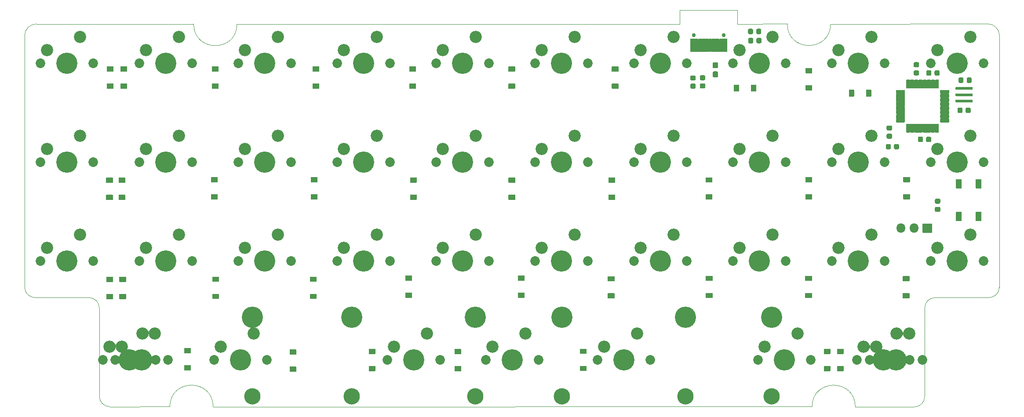
<source format=gbr>
G04 #@! TF.GenerationSoftware,KiCad,Pcbnew,(5.99.0-2555-g9cc6a77cc-dirty)*
G04 #@! TF.CreationDate,2020-09-08T07:39:35-05:00*
G04 #@! TF.ProjectId,_33,5f33332e-6b69-4636-9164-5f7063625858,rev?*
G04 #@! TF.SameCoordinates,Original*
G04 #@! TF.FileFunction,Soldermask,Bot*
G04 #@! TF.FilePolarity,Negative*
%FSLAX46Y46*%
G04 Gerber Fmt 4.6, Leading zero omitted, Abs format (unit mm)*
G04 Created by KiCad (PCBNEW (5.99.0-2555-g9cc6a77cc-dirty)) date 2020-09-08 07:39:35*
%MOMM*%
%LPD*%
G01*
G04 APERTURE LIST*
G04 #@! TA.AperFunction,Profile*
%ADD10C,0.050000*%
G04 #@! TD*
G04 #@! TA.AperFunction,Profile*
%ADD11C,0.100000*%
G04 #@! TD*
%ADD12C,1.852000*%
%ADD13C,4.089800*%
%ADD14C,2.352000*%
%ADD15C,3.150000*%
%ADD16C,0.752000*%
%ADD17O,1.802000X1.802000*%
G04 APERTURE END LIST*
D10*
X241750000Y-48140000D02*
G75*
G02*
X244000199Y-50390199I0J-2250199D01*
G01*
X182420000Y-48160000D02*
X97178803Y-48212991D01*
X227600000Y-121950000D02*
X216250000Y-121940000D01*
X84250000Y-121887009D02*
X72680000Y-121910000D01*
X207910222Y-121897009D02*
G75*
G02*
X216250000Y-121940000I4169778J-42991D01*
G01*
X72680000Y-121910000D02*
G75*
G02*
X70670000Y-119900000I0J2010000D01*
G01*
X231620000Y-100890000D02*
X241980000Y-100890000D01*
X241980000Y-100890000D02*
G75*
G03*
X243990000Y-98880000I0J2010000D01*
G01*
X229610000Y-119940000D02*
X229610000Y-102900000D01*
X231620000Y-100890000D02*
G75*
G03*
X229610000Y-102900000I0J-2010000D01*
G01*
X227600000Y-121950000D02*
G75*
G03*
X229610000Y-119940000I0J2010000D01*
G01*
X56289801Y-50410000D02*
G75*
G02*
X58540000Y-48159801I2250199J0D01*
G01*
D11*
X56290000Y-98880000D02*
X56289801Y-50410000D01*
D10*
X68660000Y-100890000D02*
G75*
G02*
X70670000Y-102900000I0J-2010000D01*
G01*
X211489778Y-48182991D02*
G75*
G02*
X203150000Y-48140000I-4169778J42991D01*
G01*
X58540000Y-48159801D02*
X88839025Y-48170000D01*
X84250000Y-121887009D02*
G75*
G02*
X92589778Y-121930000I4169778J-42991D01*
G01*
D11*
X244000199Y-50390199D02*
X243990000Y-98880000D01*
D10*
X58300000Y-100890000D02*
G75*
G02*
X56290000Y-98880000I0J2010000D01*
G01*
X182420000Y-48160000D02*
X182420000Y-45500000D01*
X241750000Y-48140000D02*
X211489778Y-48182991D01*
D11*
X207910222Y-121897009D02*
X92589778Y-121930000D01*
D10*
X68660000Y-100890000D02*
X58300000Y-100890000D01*
X182420000Y-45500000D02*
X193510000Y-45500000D01*
X97178803Y-48212991D02*
G75*
G02*
X88839025Y-48170000I-4169778J42991D01*
G01*
X70670000Y-119900000D02*
X70670000Y-102900000D01*
X193510000Y-45500000D02*
X193510000Y-48160000D01*
X193510000Y-48160000D02*
X203150000Y-48140000D01*
X241750000Y-48140000D02*
G75*
G02*
X244000199Y-50390199I0J-2250199D01*
G01*
X182420000Y-48160000D02*
X97178803Y-48212991D01*
X227600000Y-121950000D02*
X216250000Y-121940000D01*
X84250000Y-121887009D02*
X72680000Y-121910000D01*
X207910222Y-121897009D02*
G75*
G02*
X216250000Y-121940000I4169778J-42991D01*
G01*
X72680000Y-121910000D02*
G75*
G02*
X70670000Y-119900000I0J2010000D01*
G01*
X231620000Y-100890000D02*
X241980000Y-100890000D01*
X241980000Y-100890000D02*
G75*
G03*
X243990000Y-98880000I0J2010000D01*
G01*
X229610000Y-119940000D02*
X229610000Y-102900000D01*
X231620000Y-100890000D02*
G75*
G03*
X229610000Y-102900000I0J-2010000D01*
G01*
X227600000Y-121950000D02*
G75*
G03*
X229610000Y-119940000I0J2010000D01*
G01*
X56289801Y-50410000D02*
G75*
G02*
X58540000Y-48159801I2250199J0D01*
G01*
D11*
X56290000Y-98880000D02*
X56289801Y-50410000D01*
D10*
X68660000Y-100890000D02*
G75*
G02*
X70670000Y-102900000I0J-2010000D01*
G01*
X211489778Y-48182991D02*
G75*
G02*
X203150000Y-48140000I-4169778J42991D01*
G01*
X58540000Y-48159801D02*
X88839025Y-48170000D01*
X84250000Y-121887009D02*
G75*
G02*
X92589778Y-121930000I4169778J-42991D01*
G01*
D11*
X244000199Y-50390199D02*
X243990000Y-98880000D01*
D10*
X58300000Y-100890000D02*
G75*
G02*
X56290000Y-98880000I0J2010000D01*
G01*
X182420000Y-48160000D02*
X182420000Y-45500000D01*
X241750000Y-48140000D02*
X211489778Y-48182991D01*
D11*
X207910222Y-121897009D02*
X92589778Y-121930000D01*
D10*
X68660000Y-100890000D02*
X58300000Y-100890000D01*
X182420000Y-45500000D02*
X193510000Y-45500000D01*
X97178803Y-48212991D02*
G75*
G02*
X88839025Y-48170000I-4169778J42991D01*
G01*
X70670000Y-119900000D02*
X70670000Y-102900000D01*
X193510000Y-45500000D02*
X193510000Y-48160000D01*
X193510000Y-48160000D02*
X203150000Y-48140000D01*
D12*
X173660000Y-74790000D03*
X183820000Y-74790000D03*
D13*
X178740000Y-74790000D03*
D14*
X174930000Y-72250000D03*
X181280000Y-69710000D03*
D13*
X216840000Y-55740000D03*
D12*
X211760000Y-55740000D03*
X221920000Y-55740000D03*
D14*
X213030000Y-53200000D03*
X219380000Y-50660000D03*
D12*
X192710000Y-93840000D03*
D13*
X197790000Y-93840000D03*
D12*
X202870000Y-93840000D03*
D14*
X193980000Y-91300000D03*
X200330000Y-88760000D03*
D12*
X164770000Y-74790000D03*
D13*
X159690000Y-74790000D03*
D12*
X154610000Y-74790000D03*
D14*
X155880000Y-72250000D03*
X162230000Y-69710000D03*
D13*
X178740000Y-55740000D03*
D12*
X173660000Y-55740000D03*
X183820000Y-55740000D03*
D14*
X174930000Y-53200000D03*
X181280000Y-50660000D03*
D12*
X126670000Y-93840000D03*
D13*
X121590000Y-93840000D03*
D12*
X116510000Y-93840000D03*
D14*
X117780000Y-91300000D03*
X124130000Y-88760000D03*
D13*
X221612025Y-112890000D03*
D12*
X226692025Y-112890000D03*
X216532025Y-112890000D03*
D14*
X217802025Y-110350000D03*
X224152025Y-107810000D03*
D12*
X202870000Y-74790000D03*
X192710000Y-74790000D03*
D13*
X197790000Y-74790000D03*
D14*
X193980000Y-72250000D03*
X200330000Y-69710000D03*
D12*
X154610000Y-55740000D03*
X164770000Y-55740000D03*
D13*
X159690000Y-55740000D03*
D14*
X155880000Y-53200000D03*
X162230000Y-50660000D03*
D12*
X164770000Y-93840000D03*
X154610000Y-93840000D03*
D13*
X159690000Y-93840000D03*
D14*
X155880000Y-91300000D03*
X162230000Y-88760000D03*
D12*
X230810000Y-74790000D03*
X240970000Y-74790000D03*
D13*
X235890000Y-74790000D03*
D14*
X232080000Y-72250000D03*
X238430000Y-69710000D03*
D12*
X107620000Y-55740000D03*
D13*
X102540000Y-55740000D03*
D12*
X97460000Y-55740000D03*
D14*
X98730000Y-53200000D03*
X105080000Y-50660000D03*
D13*
X235890000Y-93840000D03*
D12*
X230810000Y-93840000D03*
X240970000Y-93840000D03*
D14*
X232080000Y-91300000D03*
X238430000Y-88760000D03*
D13*
X216840000Y-74790000D03*
D12*
X211760000Y-74790000D03*
X221920000Y-74790000D03*
D14*
X213030000Y-72250000D03*
X219380000Y-69710000D03*
D12*
X202870000Y-55740000D03*
D13*
X197790000Y-55740000D03*
D12*
X192710000Y-55740000D03*
D14*
X193980000Y-53200000D03*
X200330000Y-50660000D03*
D12*
X88570000Y-93840000D03*
X78410000Y-93840000D03*
D13*
X83490000Y-93840000D03*
D14*
X79680000Y-91300000D03*
X86030000Y-88760000D03*
D13*
X121590000Y-74790000D03*
D12*
X126670000Y-74790000D03*
X116510000Y-74790000D03*
D14*
X117780000Y-72250000D03*
X124130000Y-69710000D03*
D13*
X140640000Y-55740000D03*
D12*
X135560000Y-55740000D03*
X145720000Y-55740000D03*
D14*
X136830000Y-53200000D03*
X143180000Y-50660000D03*
D13*
X140640000Y-93840000D03*
D12*
X145720000Y-93840000D03*
X135560000Y-93840000D03*
D14*
X136830000Y-91300000D03*
X143180000Y-88760000D03*
D13*
X140640000Y-74790000D03*
D12*
X145720000Y-74790000D03*
X135560000Y-74790000D03*
D14*
X136830000Y-72250000D03*
X143180000Y-69710000D03*
D12*
X240970000Y-55740000D03*
D13*
X235890000Y-55740000D03*
D12*
X230810000Y-55740000D03*
D14*
X232080000Y-53200000D03*
X238430000Y-50660000D03*
D12*
X97460000Y-93840000D03*
X107620000Y-93840000D03*
D13*
X102540000Y-93840000D03*
D14*
X98730000Y-91300000D03*
X105080000Y-88760000D03*
D12*
X69520000Y-74790000D03*
D13*
X64440000Y-74790000D03*
D12*
X59360000Y-74790000D03*
D14*
X60630000Y-72250000D03*
X66980000Y-69710000D03*
D12*
X126670000Y-55740000D03*
D13*
X121590000Y-55740000D03*
D12*
X116510000Y-55740000D03*
D14*
X117780000Y-53200000D03*
X124130000Y-50660000D03*
D12*
X211760000Y-93840000D03*
D13*
X216840000Y-93840000D03*
D12*
X221920000Y-93840000D03*
D14*
X213030000Y-91300000D03*
X219380000Y-88760000D03*
D12*
X97460000Y-74790000D03*
X107620000Y-74790000D03*
D13*
X102540000Y-74790000D03*
D14*
X98730000Y-72250000D03*
X105080000Y-69710000D03*
D12*
X59360000Y-55740000D03*
X69520000Y-55740000D03*
D13*
X64440000Y-55740000D03*
D14*
X60630000Y-53200000D03*
X66980000Y-50660000D03*
D13*
X64440000Y-93840000D03*
D12*
X59360000Y-93840000D03*
X69520000Y-93840000D03*
D14*
X60630000Y-91300000D03*
X66980000Y-88760000D03*
D12*
X73720000Y-112890000D03*
X83880000Y-112890000D03*
D13*
X78800000Y-112890000D03*
D14*
X74990000Y-110350000D03*
X81340000Y-107810000D03*
D13*
X83490000Y-74790000D03*
D12*
X78410000Y-74790000D03*
X88570000Y-74790000D03*
D14*
X79680000Y-72250000D03*
X86030000Y-69710000D03*
D13*
X83490000Y-55740000D03*
D12*
X88570000Y-55740000D03*
X78410000Y-55740000D03*
D14*
X79680000Y-53200000D03*
X86030000Y-50660000D03*
D12*
X173660000Y-93840000D03*
D13*
X178740000Y-93840000D03*
D12*
X183820000Y-93840000D03*
D14*
X174930000Y-91300000D03*
X181280000Y-88760000D03*
D13*
X200164900Y-104635000D03*
D12*
X145085000Y-112890000D03*
D15*
X100165100Y-119875000D03*
D13*
X150165000Y-112890000D03*
D15*
X200164900Y-119875000D03*
D13*
X100165100Y-104635000D03*
D12*
X155245000Y-112890000D03*
D14*
X152705000Y-107810000D03*
X146355000Y-110350000D03*
D12*
X136267500Y-112890000D03*
D15*
X143093750Y-119875000D03*
D13*
X143093750Y-104635000D03*
D15*
X119281250Y-119875000D03*
D13*
X119281250Y-104635000D03*
X131187500Y-112890000D03*
D12*
X126107500Y-112890000D03*
D14*
X133727500Y-107810000D03*
X127377500Y-110350000D03*
D12*
X197545000Y-112890000D03*
X207705000Y-112890000D03*
D13*
X202625000Y-112890000D03*
D14*
X198815000Y-110350000D03*
X205165000Y-107810000D03*
D12*
X92770000Y-112890000D03*
X102930000Y-112890000D03*
D13*
X97850000Y-112890000D03*
D14*
X94040000Y-110350000D03*
X100390000Y-107810000D03*
D13*
X76418750Y-112890000D03*
D12*
X81498750Y-112890000D03*
X71338750Y-112890000D03*
D14*
X72608750Y-110350000D03*
X78958750Y-107810000D03*
D12*
X166588750Y-112890000D03*
D15*
X183575000Y-119875000D03*
D12*
X176748750Y-112890000D03*
D13*
X183575000Y-104635000D03*
X171668750Y-112890000D03*
D15*
X159762500Y-119875000D03*
D13*
X159762500Y-104635000D03*
D14*
X167858750Y-110350000D03*
X174208750Y-107810000D03*
D13*
X224056250Y-112890000D03*
D12*
X229136250Y-112890000D03*
X218976250Y-112890000D03*
D14*
X220246250Y-110350000D03*
X226596250Y-107810000D03*
G36*
G01*
X232476000Y-57318250D02*
X232476000Y-57881750D01*
G75*
G02*
X232231750Y-58126000I-244250J0D01*
G01*
X231743250Y-58126000D01*
G75*
G02*
X231499000Y-57881750I0J244250D01*
G01*
X231499000Y-57318250D01*
G75*
G02*
X231743250Y-57074000I244250J0D01*
G01*
X232231750Y-57074000D01*
G75*
G02*
X232476000Y-57318250I0J-244250D01*
G01*
G37*
G36*
G01*
X230901000Y-57318250D02*
X230901000Y-57881750D01*
G75*
G02*
X230656750Y-58126000I-244250J0D01*
G01*
X230168250Y-58126000D01*
G75*
G02*
X229924000Y-57881750I0J244250D01*
G01*
X229924000Y-57318250D01*
G75*
G02*
X230168250Y-57074000I244250J0D01*
G01*
X230656750Y-57074000D01*
G75*
G02*
X230901000Y-57318250I0J-244250D01*
G01*
G37*
G36*
G01*
X236111500Y-59281750D02*
X236111500Y-58718250D01*
G75*
G02*
X236355750Y-58474000I244250J0D01*
G01*
X236844250Y-58474000D01*
G75*
G02*
X237088500Y-58718250I0J-244250D01*
G01*
X237088500Y-59281750D01*
G75*
G02*
X236844250Y-59526000I-244250J0D01*
G01*
X236355750Y-59526000D01*
G75*
G02*
X236111500Y-59281750I0J244250D01*
G01*
G37*
G36*
G01*
X237686500Y-59281750D02*
X237686500Y-58718250D01*
G75*
G02*
X237930750Y-58474000I244250J0D01*
G01*
X238419250Y-58474000D01*
G75*
G02*
X238663500Y-58718250I0J-244250D01*
G01*
X238663500Y-59281750D01*
G75*
G02*
X238419250Y-59526000I-244250J0D01*
G01*
X237930750Y-59526000D01*
G75*
G02*
X237686500Y-59281750I0J244250D01*
G01*
G37*
G36*
G01*
X228281750Y-58076000D02*
X227718250Y-58076000D01*
G75*
G02*
X227474000Y-57831750I0J244250D01*
G01*
X227474000Y-57343250D01*
G75*
G02*
X227718250Y-57099000I244250J0D01*
G01*
X228281750Y-57099000D01*
G75*
G02*
X228526000Y-57343250I0J-244250D01*
G01*
X228526000Y-57831750D01*
G75*
G02*
X228281750Y-58076000I-244250J0D01*
G01*
G37*
G36*
G01*
X228281750Y-56501000D02*
X227718250Y-56501000D01*
G75*
G02*
X227474000Y-56256750I0J244250D01*
G01*
X227474000Y-55768250D01*
G75*
G02*
X227718250Y-55524000I244250J0D01*
G01*
X228281750Y-55524000D01*
G75*
G02*
X228526000Y-55768250I0J-244250D01*
G01*
X228526000Y-56256750D01*
G75*
G02*
X228281750Y-56501000I-244250J0D01*
G01*
G37*
G36*
G01*
X235911500Y-65081750D02*
X235911500Y-64518250D01*
G75*
G02*
X236155750Y-64274000I244250J0D01*
G01*
X236644250Y-64274000D01*
G75*
G02*
X236888500Y-64518250I0J-244250D01*
G01*
X236888500Y-65081750D01*
G75*
G02*
X236644250Y-65326000I-244250J0D01*
G01*
X236155750Y-65326000D01*
G75*
G02*
X235911500Y-65081750I0J244250D01*
G01*
G37*
G36*
G01*
X237486500Y-65081750D02*
X237486500Y-64518250D01*
G75*
G02*
X237730750Y-64274000I244250J0D01*
G01*
X238219250Y-64274000D01*
G75*
G02*
X238463500Y-64518250I0J-244250D01*
G01*
X238463500Y-65081750D01*
G75*
G02*
X238219250Y-65326000I-244250J0D01*
G01*
X237730750Y-65326000D01*
G75*
G02*
X237486500Y-65081750I0J244250D01*
G01*
G37*
G36*
G01*
X223081750Y-70276000D02*
X222518250Y-70276000D01*
G75*
G02*
X222274000Y-70031750I0J244250D01*
G01*
X222274000Y-69543250D01*
G75*
G02*
X222518250Y-69299000I244250J0D01*
G01*
X223081750Y-69299000D01*
G75*
G02*
X223326000Y-69543250I0J-244250D01*
G01*
X223326000Y-70031750D01*
G75*
G02*
X223081750Y-70276000I-244250J0D01*
G01*
G37*
G36*
G01*
X223081750Y-68701000D02*
X222518250Y-68701000D01*
G75*
G02*
X222274000Y-68456750I0J244250D01*
G01*
X222274000Y-67968250D01*
G75*
G02*
X222518250Y-67724000I244250J0D01*
G01*
X223081750Y-67724000D01*
G75*
G02*
X223326000Y-67968250I0J-244250D01*
G01*
X223326000Y-68456750D01*
G75*
G02*
X223081750Y-68701000I-244250J0D01*
G01*
G37*
G36*
G01*
X224676000Y-71518250D02*
X224676000Y-72081750D01*
G75*
G02*
X224431750Y-72326000I-244250J0D01*
G01*
X223943250Y-72326000D01*
G75*
G02*
X223699000Y-72081750I0J244250D01*
G01*
X223699000Y-71518250D01*
G75*
G02*
X223943250Y-71274000I244250J0D01*
G01*
X224431750Y-71274000D01*
G75*
G02*
X224676000Y-71518250I0J-244250D01*
G01*
G37*
G36*
G01*
X223101000Y-71518250D02*
X223101000Y-72081750D01*
G75*
G02*
X222856750Y-72326000I-244250J0D01*
G01*
X222368250Y-72326000D01*
G75*
G02*
X222124000Y-72081750I0J244250D01*
G01*
X222124000Y-71518250D01*
G75*
G02*
X222368250Y-71274000I244250J0D01*
G01*
X222856750Y-71274000D01*
G75*
G02*
X223101000Y-71518250I0J-244250D01*
G01*
G37*
G36*
G01*
X168755780Y-77739000D02*
X169944220Y-77739000D01*
G75*
G02*
X170001000Y-77795780I0J-56780D01*
G01*
X170001000Y-78684220D01*
G75*
G02*
X169944220Y-78741000I-56780J0D01*
G01*
X168755780Y-78741000D01*
G75*
G02*
X168699000Y-78684220I0J56780D01*
G01*
X168699000Y-77795780D01*
G75*
G02*
X168755780Y-77739000I56780J0D01*
G01*
G37*
G36*
G01*
X168755780Y-81039000D02*
X169944220Y-81039000D01*
G75*
G02*
X170001000Y-81095780I0J-56780D01*
G01*
X170001000Y-81984220D01*
G75*
G02*
X169944220Y-82041000I-56780J0D01*
G01*
X168755780Y-82041000D01*
G75*
G02*
X168699000Y-81984220I0J56780D01*
G01*
X168699000Y-81095780D01*
G75*
G02*
X168755780Y-81039000I56780J0D01*
G01*
G37*
G36*
G01*
X187505780Y-96679000D02*
X188694220Y-96679000D01*
G75*
G02*
X188751000Y-96735780I0J-56780D01*
G01*
X188751000Y-97624220D01*
G75*
G02*
X188694220Y-97681000I-56780J0D01*
G01*
X187505780Y-97681000D01*
G75*
G02*
X187449000Y-97624220I0J56780D01*
G01*
X187449000Y-96735780D01*
G75*
G02*
X187505780Y-96679000I56780J0D01*
G01*
G37*
G36*
G01*
X187505780Y-99979000D02*
X188694220Y-99979000D01*
G75*
G02*
X188751000Y-100035780I0J-56780D01*
G01*
X188751000Y-100924220D01*
G75*
G02*
X188694220Y-100981000I-56780J0D01*
G01*
X187505780Y-100981000D01*
G75*
G02*
X187449000Y-100924220I0J56780D01*
G01*
X187449000Y-100035780D01*
G75*
G02*
X187505780Y-99979000I56780J0D01*
G01*
G37*
G36*
G01*
X149515780Y-77759000D02*
X150704220Y-77759000D01*
G75*
G02*
X150761000Y-77815780I0J-56780D01*
G01*
X150761000Y-78704220D01*
G75*
G02*
X150704220Y-78761000I-56780J0D01*
G01*
X149515780Y-78761000D01*
G75*
G02*
X149459000Y-78704220I0J56780D01*
G01*
X149459000Y-77815780D01*
G75*
G02*
X149515780Y-77759000I56780J0D01*
G01*
G37*
G36*
G01*
X149515780Y-81059000D02*
X150704220Y-81059000D01*
G75*
G02*
X150761000Y-81115780I0J-56780D01*
G01*
X150761000Y-82004220D01*
G75*
G02*
X150704220Y-82061000I-56780J0D01*
G01*
X149515780Y-82061000D01*
G75*
G02*
X149459000Y-82004220I0J56780D01*
G01*
X149459000Y-81115780D01*
G75*
G02*
X149515780Y-81059000I56780J0D01*
G01*
G37*
G36*
G01*
X169405780Y-56349000D02*
X170594220Y-56349000D01*
G75*
G02*
X170651000Y-56405780I0J-56780D01*
G01*
X170651000Y-57294220D01*
G75*
G02*
X170594220Y-57351000I-56780J0D01*
G01*
X169405780Y-57351000D01*
G75*
G02*
X169349000Y-57294220I0J56780D01*
G01*
X169349000Y-56405780D01*
G75*
G02*
X169405780Y-56349000I56780J0D01*
G01*
G37*
G36*
G01*
X169405780Y-59649000D02*
X170594220Y-59649000D01*
G75*
G02*
X170651000Y-59705780I0J-56780D01*
G01*
X170651000Y-60594220D01*
G75*
G02*
X170594220Y-60651000I-56780J0D01*
G01*
X169405780Y-60651000D01*
G75*
G02*
X169349000Y-60594220I0J56780D01*
G01*
X169349000Y-59705780D01*
G75*
G02*
X169405780Y-59649000I56780J0D01*
G01*
G37*
G36*
G01*
X111255780Y-96849000D02*
X112444220Y-96849000D01*
G75*
G02*
X112501000Y-96905780I0J-56780D01*
G01*
X112501000Y-97794220D01*
G75*
G02*
X112444220Y-97851000I-56780J0D01*
G01*
X111255780Y-97851000D01*
G75*
G02*
X111199000Y-97794220I0J56780D01*
G01*
X111199000Y-96905780D01*
G75*
G02*
X111255780Y-96849000I56780J0D01*
G01*
G37*
G36*
G01*
X111255780Y-100149000D02*
X112444220Y-100149000D01*
G75*
G02*
X112501000Y-100205780I0J-56780D01*
G01*
X112501000Y-101094220D01*
G75*
G02*
X112444220Y-101151000I-56780J0D01*
G01*
X111255780Y-101151000D01*
G75*
G02*
X111199000Y-101094220I0J56780D01*
G01*
X111199000Y-100205780D01*
G75*
G02*
X111255780Y-100149000I56780J0D01*
G01*
G37*
G36*
G01*
X212765780Y-110749000D02*
X213954220Y-110749000D01*
G75*
G02*
X214011000Y-110805780I0J-56780D01*
G01*
X214011000Y-111694220D01*
G75*
G02*
X213954220Y-111751000I-56780J0D01*
G01*
X212765780Y-111751000D01*
G75*
G02*
X212709000Y-111694220I0J56780D01*
G01*
X212709000Y-110805780D01*
G75*
G02*
X212765780Y-110749000I56780J0D01*
G01*
G37*
G36*
G01*
X212765780Y-114049000D02*
X213954220Y-114049000D01*
G75*
G02*
X214011000Y-114105780I0J-56780D01*
G01*
X214011000Y-114994220D01*
G75*
G02*
X213954220Y-115051000I-56780J0D01*
G01*
X212765780Y-115051000D01*
G75*
G02*
X212709000Y-114994220I0J56780D01*
G01*
X212709000Y-114105780D01*
G75*
G02*
X212765780Y-114049000I56780J0D01*
G01*
G37*
G36*
G01*
X187485780Y-77709000D02*
X188674220Y-77709000D01*
G75*
G02*
X188731000Y-77765780I0J-56780D01*
G01*
X188731000Y-78654220D01*
G75*
G02*
X188674220Y-78711000I-56780J0D01*
G01*
X187485780Y-78711000D01*
G75*
G02*
X187429000Y-78654220I0J56780D01*
G01*
X187429000Y-77765780D01*
G75*
G02*
X187485780Y-77709000I56780J0D01*
G01*
G37*
G36*
G01*
X187485780Y-81009000D02*
X188674220Y-81009000D01*
G75*
G02*
X188731000Y-81065780I0J-56780D01*
G01*
X188731000Y-81954220D01*
G75*
G02*
X188674220Y-82011000I-56780J0D01*
G01*
X187485780Y-82011000D01*
G75*
G02*
X187429000Y-81954220I0J56780D01*
G01*
X187429000Y-81065780D01*
G75*
G02*
X187485780Y-81009000I56780J0D01*
G01*
G37*
G36*
G01*
X149485780Y-56349000D02*
X150674220Y-56349000D01*
G75*
G02*
X150731000Y-56405780I0J-56780D01*
G01*
X150731000Y-57294220D01*
G75*
G02*
X150674220Y-57351000I-56780J0D01*
G01*
X149485780Y-57351000D01*
G75*
G02*
X149429000Y-57294220I0J56780D01*
G01*
X149429000Y-56405780D01*
G75*
G02*
X149485780Y-56349000I56780J0D01*
G01*
G37*
G36*
G01*
X149485780Y-59649000D02*
X150674220Y-59649000D01*
G75*
G02*
X150731000Y-59705780I0J-56780D01*
G01*
X150731000Y-60594220D01*
G75*
G02*
X150674220Y-60651000I-56780J0D01*
G01*
X149485780Y-60651000D01*
G75*
G02*
X149429000Y-60594220I0J56780D01*
G01*
X149429000Y-59705780D01*
G75*
G02*
X149485780Y-59649000I56780J0D01*
G01*
G37*
G36*
G01*
X151305780Y-96629000D02*
X152494220Y-96629000D01*
G75*
G02*
X152551000Y-96685780I0J-56780D01*
G01*
X152551000Y-97574220D01*
G75*
G02*
X152494220Y-97631000I-56780J0D01*
G01*
X151305780Y-97631000D01*
G75*
G02*
X151249000Y-97574220I0J56780D01*
G01*
X151249000Y-96685780D01*
G75*
G02*
X151305780Y-96629000I56780J0D01*
G01*
G37*
G36*
G01*
X151305780Y-99929000D02*
X152494220Y-99929000D01*
G75*
G02*
X152551000Y-99985780I0J-56780D01*
G01*
X152551000Y-100874220D01*
G75*
G02*
X152494220Y-100931000I-56780J0D01*
G01*
X151305780Y-100931000D01*
G75*
G02*
X151249000Y-100874220I0J56780D01*
G01*
X151249000Y-99985780D01*
G75*
G02*
X151305780Y-99929000I56780J0D01*
G01*
G37*
G36*
G01*
X225525780Y-77649000D02*
X226714220Y-77649000D01*
G75*
G02*
X226771000Y-77705780I0J-56780D01*
G01*
X226771000Y-78594220D01*
G75*
G02*
X226714220Y-78651000I-56780J0D01*
G01*
X225525780Y-78651000D01*
G75*
G02*
X225469000Y-78594220I0J56780D01*
G01*
X225469000Y-77705780D01*
G75*
G02*
X225525780Y-77649000I56780J0D01*
G01*
G37*
G36*
G01*
X225525780Y-80949000D02*
X226714220Y-80949000D01*
G75*
G02*
X226771000Y-81005780I0J-56780D01*
G01*
X226771000Y-81894220D01*
G75*
G02*
X226714220Y-81951000I-56780J0D01*
G01*
X225525780Y-81951000D01*
G75*
G02*
X225469000Y-81894220I0J56780D01*
G01*
X225469000Y-81005780D01*
G75*
G02*
X225525780Y-80949000I56780J0D01*
G01*
G37*
G36*
G01*
X92405780Y-56349000D02*
X93594220Y-56349000D01*
G75*
G02*
X93651000Y-56405780I0J-56780D01*
G01*
X93651000Y-57294220D01*
G75*
G02*
X93594220Y-57351000I-56780J0D01*
G01*
X92405780Y-57351000D01*
G75*
G02*
X92349000Y-57294220I0J56780D01*
G01*
X92349000Y-56405780D01*
G75*
G02*
X92405780Y-56349000I56780J0D01*
G01*
G37*
G36*
G01*
X92405780Y-59649000D02*
X93594220Y-59649000D01*
G75*
G02*
X93651000Y-59705780I0J-56780D01*
G01*
X93651000Y-60594220D01*
G75*
G02*
X93594220Y-60651000I-56780J0D01*
G01*
X92405780Y-60651000D01*
G75*
G02*
X92349000Y-60594220I0J56780D01*
G01*
X92349000Y-59705780D01*
G75*
G02*
X92405780Y-59649000I56780J0D01*
G01*
G37*
G36*
G01*
X225435780Y-96729000D02*
X226624220Y-96729000D01*
G75*
G02*
X226681000Y-96785780I0J-56780D01*
G01*
X226681000Y-97674220D01*
G75*
G02*
X226624220Y-97731000I-56780J0D01*
G01*
X225435780Y-97731000D01*
G75*
G02*
X225379000Y-97674220I0J56780D01*
G01*
X225379000Y-96785780D01*
G75*
G02*
X225435780Y-96729000I56780J0D01*
G01*
G37*
G36*
G01*
X225435780Y-100029000D02*
X226624220Y-100029000D01*
G75*
G02*
X226681000Y-100085780I0J-56780D01*
G01*
X226681000Y-100974220D01*
G75*
G02*
X226624220Y-101031000I-56780J0D01*
G01*
X225435780Y-101031000D01*
G75*
G02*
X225379000Y-100974220I0J56780D01*
G01*
X225379000Y-100085780D01*
G75*
G02*
X225435780Y-100029000I56780J0D01*
G01*
G37*
G36*
G01*
X206685780Y-77699000D02*
X207874220Y-77699000D01*
G75*
G02*
X207931000Y-77755780I0J-56780D01*
G01*
X207931000Y-78644220D01*
G75*
G02*
X207874220Y-78701000I-56780J0D01*
G01*
X206685780Y-78701000D01*
G75*
G02*
X206629000Y-78644220I0J56780D01*
G01*
X206629000Y-77755780D01*
G75*
G02*
X206685780Y-77699000I56780J0D01*
G01*
G37*
G36*
G01*
X206685780Y-80999000D02*
X207874220Y-80999000D01*
G75*
G02*
X207931000Y-81055780I0J-56780D01*
G01*
X207931000Y-81944220D01*
G75*
G02*
X207874220Y-82001000I-56780J0D01*
G01*
X206685780Y-82001000D01*
G75*
G02*
X206629000Y-81944220I0J56780D01*
G01*
X206629000Y-81055780D01*
G75*
G02*
X206685780Y-80999000I56780J0D01*
G01*
G37*
G36*
G01*
X192849000Y-61094220D02*
X192849000Y-59905780D01*
G75*
G02*
X192905780Y-59849000I56780J0D01*
G01*
X193794220Y-59849000D01*
G75*
G02*
X193851000Y-59905780I0J-56780D01*
G01*
X193851000Y-61094220D01*
G75*
G02*
X193794220Y-61151000I-56780J0D01*
G01*
X192905780Y-61151000D01*
G75*
G02*
X192849000Y-61094220I0J56780D01*
G01*
G37*
G36*
G01*
X196149000Y-61094220D02*
X196149000Y-59905780D01*
G75*
G02*
X196205780Y-59849000I56780J0D01*
G01*
X197094220Y-59849000D01*
G75*
G02*
X197151000Y-59905780I0J-56780D01*
G01*
X197151000Y-61094220D01*
G75*
G02*
X197094220Y-61151000I-56780J0D01*
G01*
X196205780Y-61151000D01*
G75*
G02*
X196149000Y-61094220I0J56780D01*
G01*
G37*
G36*
G01*
X74575780Y-96879000D02*
X75764220Y-96879000D01*
G75*
G02*
X75821000Y-96935780I0J-56780D01*
G01*
X75821000Y-97824220D01*
G75*
G02*
X75764220Y-97881000I-56780J0D01*
G01*
X74575780Y-97881000D01*
G75*
G02*
X74519000Y-97824220I0J56780D01*
G01*
X74519000Y-96935780D01*
G75*
G02*
X74575780Y-96879000I56780J0D01*
G01*
G37*
G36*
G01*
X74575780Y-100179000D02*
X75764220Y-100179000D01*
G75*
G02*
X75821000Y-100235780I0J-56780D01*
G01*
X75821000Y-101124220D01*
G75*
G02*
X75764220Y-101181000I-56780J0D01*
G01*
X74575780Y-101181000D01*
G75*
G02*
X74519000Y-101124220I0J56780D01*
G01*
X74519000Y-100235780D01*
G75*
G02*
X74575780Y-100179000I56780J0D01*
G01*
G37*
G36*
G01*
X139105780Y-110789000D02*
X140294220Y-110789000D01*
G75*
G02*
X140351000Y-110845780I0J-56780D01*
G01*
X140351000Y-111734220D01*
G75*
G02*
X140294220Y-111791000I-56780J0D01*
G01*
X139105780Y-111791000D01*
G75*
G02*
X139049000Y-111734220I0J56780D01*
G01*
X139049000Y-110845780D01*
G75*
G02*
X139105780Y-110789000I56780J0D01*
G01*
G37*
G36*
G01*
X139105780Y-114089000D02*
X140294220Y-114089000D01*
G75*
G02*
X140351000Y-114145780I0J-56780D01*
G01*
X140351000Y-115034220D01*
G75*
G02*
X140294220Y-115091000I-56780J0D01*
G01*
X139105780Y-115091000D01*
G75*
G02*
X139049000Y-115034220I0J56780D01*
G01*
X139049000Y-114145780D01*
G75*
G02*
X139105780Y-114089000I56780J0D01*
G01*
G37*
G36*
G01*
X111435780Y-77689000D02*
X112624220Y-77689000D01*
G75*
G02*
X112681000Y-77745780I0J-56780D01*
G01*
X112681000Y-78634220D01*
G75*
G02*
X112624220Y-78691000I-56780J0D01*
G01*
X111435780Y-78691000D01*
G75*
G02*
X111379000Y-78634220I0J56780D01*
G01*
X111379000Y-77745780D01*
G75*
G02*
X111435780Y-77689000I56780J0D01*
G01*
G37*
G36*
G01*
X111435780Y-80989000D02*
X112624220Y-80989000D01*
G75*
G02*
X112681000Y-81045780I0J-56780D01*
G01*
X112681000Y-81934220D01*
G75*
G02*
X112624220Y-81991000I-56780J0D01*
G01*
X111435780Y-81991000D01*
G75*
G02*
X111379000Y-81934220I0J56780D01*
G01*
X111379000Y-81045780D01*
G75*
G02*
X111435780Y-80989000I56780J0D01*
G01*
G37*
G36*
G01*
X130405780Y-56349000D02*
X131594220Y-56349000D01*
G75*
G02*
X131651000Y-56405780I0J-56780D01*
G01*
X131651000Y-57294220D01*
G75*
G02*
X131594220Y-57351000I-56780J0D01*
G01*
X130405780Y-57351000D01*
G75*
G02*
X130349000Y-57294220I0J56780D01*
G01*
X130349000Y-56405780D01*
G75*
G02*
X130405780Y-56349000I56780J0D01*
G01*
G37*
G36*
G01*
X130405780Y-59649000D02*
X131594220Y-59649000D01*
G75*
G02*
X131651000Y-59705780I0J-56780D01*
G01*
X131651000Y-60594220D01*
G75*
G02*
X131594220Y-60651000I-56780J0D01*
G01*
X130405780Y-60651000D01*
G75*
G02*
X130349000Y-60594220I0J56780D01*
G01*
X130349000Y-59705780D01*
G75*
G02*
X130405780Y-59649000I56780J0D01*
G01*
G37*
G36*
G01*
X129665780Y-96649000D02*
X130854220Y-96649000D01*
G75*
G02*
X130911000Y-96705780I0J-56780D01*
G01*
X130911000Y-97594220D01*
G75*
G02*
X130854220Y-97651000I-56780J0D01*
G01*
X129665780Y-97651000D01*
G75*
G02*
X129609000Y-97594220I0J56780D01*
G01*
X129609000Y-96705780D01*
G75*
G02*
X129665780Y-96649000I56780J0D01*
G01*
G37*
G36*
G01*
X129665780Y-99949000D02*
X130854220Y-99949000D01*
G75*
G02*
X130911000Y-100005780I0J-56780D01*
G01*
X130911000Y-100894220D01*
G75*
G02*
X130854220Y-100951000I-56780J0D01*
G01*
X129665780Y-100951000D01*
G75*
G02*
X129609000Y-100894220I0J56780D01*
G01*
X129609000Y-100005780D01*
G75*
G02*
X129665780Y-99949000I56780J0D01*
G01*
G37*
G36*
G01*
X130565780Y-77729000D02*
X131754220Y-77729000D01*
G75*
G02*
X131811000Y-77785780I0J-56780D01*
G01*
X131811000Y-78674220D01*
G75*
G02*
X131754220Y-78731000I-56780J0D01*
G01*
X130565780Y-78731000D01*
G75*
G02*
X130509000Y-78674220I0J56780D01*
G01*
X130509000Y-77785780D01*
G75*
G02*
X130565780Y-77729000I56780J0D01*
G01*
G37*
G36*
G01*
X130565780Y-81029000D02*
X131754220Y-81029000D01*
G75*
G02*
X131811000Y-81085780I0J-56780D01*
G01*
X131811000Y-81974220D01*
G75*
G02*
X131754220Y-82031000I-56780J0D01*
G01*
X130565780Y-82031000D01*
G75*
G02*
X130509000Y-81974220I0J56780D01*
G01*
X130509000Y-81085780D01*
G75*
G02*
X130565780Y-81029000I56780J0D01*
G01*
G37*
G36*
G01*
X219321000Y-60905780D02*
X219321000Y-62094220D01*
G75*
G02*
X219264220Y-62151000I-56780J0D01*
G01*
X218375780Y-62151000D01*
G75*
G02*
X218319000Y-62094220I0J56780D01*
G01*
X218319000Y-60905780D01*
G75*
G02*
X218375780Y-60849000I56780J0D01*
G01*
X219264220Y-60849000D01*
G75*
G02*
X219321000Y-60905780I0J-56780D01*
G01*
G37*
G36*
G01*
X216021000Y-60905780D02*
X216021000Y-62094220D01*
G75*
G02*
X215964220Y-62151000I-56780J0D01*
G01*
X215075780Y-62151000D01*
G75*
G02*
X215019000Y-62094220I0J56780D01*
G01*
X215019000Y-60905780D01*
G75*
G02*
X215075780Y-60849000I56780J0D01*
G01*
X215964220Y-60849000D01*
G75*
G02*
X216021000Y-60905780I0J-56780D01*
G01*
G37*
G36*
G01*
X92495780Y-96849000D02*
X93684220Y-96849000D01*
G75*
G02*
X93741000Y-96905780I0J-56780D01*
G01*
X93741000Y-97794220D01*
G75*
G02*
X93684220Y-97851000I-56780J0D01*
G01*
X92495780Y-97851000D01*
G75*
G02*
X92439000Y-97794220I0J56780D01*
G01*
X92439000Y-96905780D01*
G75*
G02*
X92495780Y-96849000I56780J0D01*
G01*
G37*
G36*
G01*
X92495780Y-100149000D02*
X93684220Y-100149000D01*
G75*
G02*
X93741000Y-100205780I0J-56780D01*
G01*
X93741000Y-101094220D01*
G75*
G02*
X93684220Y-101151000I-56780J0D01*
G01*
X92495780Y-101151000D01*
G75*
G02*
X92439000Y-101094220I0J56780D01*
G01*
X92439000Y-100205780D01*
G75*
G02*
X92495780Y-100149000I56780J0D01*
G01*
G37*
G36*
G01*
X72045780Y-77779000D02*
X73234220Y-77779000D01*
G75*
G02*
X73291000Y-77835780I0J-56780D01*
G01*
X73291000Y-78724220D01*
G75*
G02*
X73234220Y-78781000I-56780J0D01*
G01*
X72045780Y-78781000D01*
G75*
G02*
X71989000Y-78724220I0J56780D01*
G01*
X71989000Y-77835780D01*
G75*
G02*
X72045780Y-77779000I56780J0D01*
G01*
G37*
G36*
G01*
X72045780Y-81079000D02*
X73234220Y-81079000D01*
G75*
G02*
X73291000Y-81135780I0J-56780D01*
G01*
X73291000Y-82024220D01*
G75*
G02*
X73234220Y-82081000I-56780J0D01*
G01*
X72045780Y-82081000D01*
G75*
G02*
X71989000Y-82024220I0J56780D01*
G01*
X71989000Y-81135780D01*
G75*
G02*
X72045780Y-81079000I56780J0D01*
G01*
G37*
G36*
G01*
X111785780Y-56349000D02*
X112974220Y-56349000D01*
G75*
G02*
X113031000Y-56405780I0J-56780D01*
G01*
X113031000Y-57294220D01*
G75*
G02*
X112974220Y-57351000I-56780J0D01*
G01*
X111785780Y-57351000D01*
G75*
G02*
X111729000Y-57294220I0J56780D01*
G01*
X111729000Y-56405780D01*
G75*
G02*
X111785780Y-56349000I56780J0D01*
G01*
G37*
G36*
G01*
X111785780Y-59649000D02*
X112974220Y-59649000D01*
G75*
G02*
X113031000Y-59705780I0J-56780D01*
G01*
X113031000Y-60594220D01*
G75*
G02*
X112974220Y-60651000I-56780J0D01*
G01*
X111785780Y-60651000D01*
G75*
G02*
X111729000Y-60594220I0J56780D01*
G01*
X111729000Y-59705780D01*
G75*
G02*
X111785780Y-59649000I56780J0D01*
G01*
G37*
G36*
G01*
X206645780Y-96679000D02*
X207834220Y-96679000D01*
G75*
G02*
X207891000Y-96735780I0J-56780D01*
G01*
X207891000Y-97624220D01*
G75*
G02*
X207834220Y-97681000I-56780J0D01*
G01*
X206645780Y-97681000D01*
G75*
G02*
X206589000Y-97624220I0J56780D01*
G01*
X206589000Y-96735780D01*
G75*
G02*
X206645780Y-96679000I56780J0D01*
G01*
G37*
G36*
G01*
X206645780Y-99979000D02*
X207834220Y-99979000D01*
G75*
G02*
X207891000Y-100035780I0J-56780D01*
G01*
X207891000Y-100924220D01*
G75*
G02*
X207834220Y-100981000I-56780J0D01*
G01*
X206645780Y-100981000D01*
G75*
G02*
X206589000Y-100924220I0J56780D01*
G01*
X206589000Y-100035780D01*
G75*
G02*
X206645780Y-99979000I56780J0D01*
G01*
G37*
G36*
G01*
X92235780Y-77689000D02*
X93424220Y-77689000D01*
G75*
G02*
X93481000Y-77745780I0J-56780D01*
G01*
X93481000Y-78634220D01*
G75*
G02*
X93424220Y-78691000I-56780J0D01*
G01*
X92235780Y-78691000D01*
G75*
G02*
X92179000Y-78634220I0J56780D01*
G01*
X92179000Y-77745780D01*
G75*
G02*
X92235780Y-77689000I56780J0D01*
G01*
G37*
G36*
G01*
X92235780Y-80989000D02*
X93424220Y-80989000D01*
G75*
G02*
X93481000Y-81045780I0J-56780D01*
G01*
X93481000Y-81934220D01*
G75*
G02*
X93424220Y-81991000I-56780J0D01*
G01*
X92235780Y-81991000D01*
G75*
G02*
X92179000Y-81934220I0J56780D01*
G01*
X92179000Y-81045780D01*
G75*
G02*
X92235780Y-80989000I56780J0D01*
G01*
G37*
G36*
G01*
X72155780Y-56349000D02*
X73344220Y-56349000D01*
G75*
G02*
X73401000Y-56405780I0J-56780D01*
G01*
X73401000Y-57294220D01*
G75*
G02*
X73344220Y-57351000I-56780J0D01*
G01*
X72155780Y-57351000D01*
G75*
G02*
X72099000Y-57294220I0J56780D01*
G01*
X72099000Y-56405780D01*
G75*
G02*
X72155780Y-56349000I56780J0D01*
G01*
G37*
G36*
G01*
X72155780Y-59649000D02*
X73344220Y-59649000D01*
G75*
G02*
X73401000Y-59705780I0J-56780D01*
G01*
X73401000Y-60594220D01*
G75*
G02*
X73344220Y-60651000I-56780J0D01*
G01*
X72155780Y-60651000D01*
G75*
G02*
X72099000Y-60594220I0J56780D01*
G01*
X72099000Y-59705780D01*
G75*
G02*
X72155780Y-59649000I56780J0D01*
G01*
G37*
G36*
G01*
X72095780Y-96879000D02*
X73284220Y-96879000D01*
G75*
G02*
X73341000Y-96935780I0J-56780D01*
G01*
X73341000Y-97824220D01*
G75*
G02*
X73284220Y-97881000I-56780J0D01*
G01*
X72095780Y-97881000D01*
G75*
G02*
X72039000Y-97824220I0J56780D01*
G01*
X72039000Y-96935780D01*
G75*
G02*
X72095780Y-96879000I56780J0D01*
G01*
G37*
G36*
G01*
X72095780Y-100179000D02*
X73284220Y-100179000D01*
G75*
G02*
X73341000Y-100235780I0J-56780D01*
G01*
X73341000Y-101124220D01*
G75*
G02*
X73284220Y-101181000I-56780J0D01*
G01*
X72095780Y-101181000D01*
G75*
G02*
X72039000Y-101124220I0J56780D01*
G01*
X72039000Y-100235780D01*
G75*
G02*
X72095780Y-100179000I56780J0D01*
G01*
G37*
G36*
G01*
X87035780Y-110599000D02*
X88224220Y-110599000D01*
G75*
G02*
X88281000Y-110655780I0J-56780D01*
G01*
X88281000Y-111544220D01*
G75*
G02*
X88224220Y-111601000I-56780J0D01*
G01*
X87035780Y-111601000D01*
G75*
G02*
X86979000Y-111544220I0J56780D01*
G01*
X86979000Y-110655780D01*
G75*
G02*
X87035780Y-110599000I56780J0D01*
G01*
G37*
G36*
G01*
X87035780Y-113899000D02*
X88224220Y-113899000D01*
G75*
G02*
X88281000Y-113955780I0J-56780D01*
G01*
X88281000Y-114844220D01*
G75*
G02*
X88224220Y-114901000I-56780J0D01*
G01*
X87035780Y-114901000D01*
G75*
G02*
X86979000Y-114844220I0J56780D01*
G01*
X86979000Y-113955780D01*
G75*
G02*
X87035780Y-113899000I56780J0D01*
G01*
G37*
G36*
G01*
X74425780Y-77779000D02*
X75614220Y-77779000D01*
G75*
G02*
X75671000Y-77835780I0J-56780D01*
G01*
X75671000Y-78724220D01*
G75*
G02*
X75614220Y-78781000I-56780J0D01*
G01*
X74425780Y-78781000D01*
G75*
G02*
X74369000Y-78724220I0J56780D01*
G01*
X74369000Y-77835780D01*
G75*
G02*
X74425780Y-77779000I56780J0D01*
G01*
G37*
G36*
G01*
X74425780Y-81079000D02*
X75614220Y-81079000D01*
G75*
G02*
X75671000Y-81135780I0J-56780D01*
G01*
X75671000Y-82024220D01*
G75*
G02*
X75614220Y-82081000I-56780J0D01*
G01*
X74425780Y-82081000D01*
G75*
G02*
X74369000Y-82024220I0J56780D01*
G01*
X74369000Y-81135780D01*
G75*
G02*
X74425780Y-81079000I56780J0D01*
G01*
G37*
G36*
G01*
X74785780Y-56349000D02*
X75974220Y-56349000D01*
G75*
G02*
X76031000Y-56405780I0J-56780D01*
G01*
X76031000Y-57294220D01*
G75*
G02*
X75974220Y-57351000I-56780J0D01*
G01*
X74785780Y-57351000D01*
G75*
G02*
X74729000Y-57294220I0J56780D01*
G01*
X74729000Y-56405780D01*
G75*
G02*
X74785780Y-56349000I56780J0D01*
G01*
G37*
G36*
G01*
X74785780Y-59649000D02*
X75974220Y-59649000D01*
G75*
G02*
X76031000Y-59705780I0J-56780D01*
G01*
X76031000Y-60594220D01*
G75*
G02*
X75974220Y-60651000I-56780J0D01*
G01*
X74785780Y-60651000D01*
G75*
G02*
X74729000Y-60594220I0J56780D01*
G01*
X74729000Y-59705780D01*
G75*
G02*
X74785780Y-59649000I56780J0D01*
G01*
G37*
G36*
G01*
X168635780Y-96759000D02*
X169824220Y-96759000D01*
G75*
G02*
X169881000Y-96815780I0J-56780D01*
G01*
X169881000Y-97704220D01*
G75*
G02*
X169824220Y-97761000I-56780J0D01*
G01*
X168635780Y-97761000D01*
G75*
G02*
X168579000Y-97704220I0J56780D01*
G01*
X168579000Y-96815780D01*
G75*
G02*
X168635780Y-96759000I56780J0D01*
G01*
G37*
G36*
G01*
X168635780Y-100059000D02*
X169824220Y-100059000D01*
G75*
G02*
X169881000Y-100115780I0J-56780D01*
G01*
X169881000Y-101004220D01*
G75*
G02*
X169824220Y-101061000I-56780J0D01*
G01*
X168635780Y-101061000D01*
G75*
G02*
X168579000Y-101004220I0J56780D01*
G01*
X168579000Y-100115780D01*
G75*
G02*
X168635780Y-100059000I56780J0D01*
G01*
G37*
G36*
G01*
X184708250Y-58084000D02*
X185271750Y-58084000D01*
G75*
G02*
X185516000Y-58328250I0J-244250D01*
G01*
X185516000Y-58816750D01*
G75*
G02*
X185271750Y-59061000I-244250J0D01*
G01*
X184708250Y-59061000D01*
G75*
G02*
X184464000Y-58816750I0J244250D01*
G01*
X184464000Y-58328250D01*
G75*
G02*
X184708250Y-58084000I244250J0D01*
G01*
G37*
G36*
G01*
X184708250Y-59659000D02*
X185271750Y-59659000D01*
G75*
G02*
X185516000Y-59903250I0J-244250D01*
G01*
X185516000Y-60391750D01*
G75*
G02*
X185271750Y-60636000I-244250J0D01*
G01*
X184708250Y-60636000D01*
G75*
G02*
X184464000Y-60391750I0J244250D01*
G01*
X184464000Y-59903250D01*
G75*
G02*
X184708250Y-59659000I244250J0D01*
G01*
G37*
G36*
G01*
X187111750Y-60596000D02*
X186548250Y-60596000D01*
G75*
G02*
X186304000Y-60351750I0J244250D01*
G01*
X186304000Y-59863250D01*
G75*
G02*
X186548250Y-59619000I244250J0D01*
G01*
X187111750Y-59619000D01*
G75*
G02*
X187356000Y-59863250I0J-244250D01*
G01*
X187356000Y-60351750D01*
G75*
G02*
X187111750Y-60596000I-244250J0D01*
G01*
G37*
G36*
G01*
X187111750Y-59021000D02*
X186548250Y-59021000D01*
G75*
G02*
X186304000Y-58776750I0J244250D01*
G01*
X186304000Y-58288250D01*
G75*
G02*
X186548250Y-58044000I244250J0D01*
G01*
X187111750Y-58044000D01*
G75*
G02*
X187356000Y-58288250I0J-244250D01*
G01*
X187356000Y-58776750D01*
G75*
G02*
X187111750Y-59021000I-244250J0D01*
G01*
G37*
G36*
G01*
X232381750Y-84376000D02*
X231818250Y-84376000D01*
G75*
G02*
X231574000Y-84131750I0J244250D01*
G01*
X231574000Y-83643250D01*
G75*
G02*
X231818250Y-83399000I244250J0D01*
G01*
X232381750Y-83399000D01*
G75*
G02*
X232626000Y-83643250I0J-244250D01*
G01*
X232626000Y-84131750D01*
G75*
G02*
X232381750Y-84376000I-244250J0D01*
G01*
G37*
G36*
G01*
X232381750Y-82801000D02*
X231818250Y-82801000D01*
G75*
G02*
X231574000Y-82556750I0J244250D01*
G01*
X231574000Y-82068250D01*
G75*
G02*
X231818250Y-81824000I244250J0D01*
G01*
X232381750Y-81824000D01*
G75*
G02*
X232626000Y-82068250I0J-244250D01*
G01*
X232626000Y-82556750D01*
G75*
G02*
X232381750Y-82801000I-244250J0D01*
G01*
G37*
G36*
G01*
X198178500Y-51088250D02*
X198178500Y-51651750D01*
G75*
G02*
X197934250Y-51896000I-244250J0D01*
G01*
X197445750Y-51896000D01*
G75*
G02*
X197201500Y-51651750I0J244250D01*
G01*
X197201500Y-51088250D01*
G75*
G02*
X197445750Y-50844000I244250J0D01*
G01*
X197934250Y-50844000D01*
G75*
G02*
X198178500Y-51088250I0J-244250D01*
G01*
G37*
G36*
G01*
X196603500Y-51088250D02*
X196603500Y-51651750D01*
G75*
G02*
X196359250Y-51896000I-244250J0D01*
G01*
X195870750Y-51896000D01*
G75*
G02*
X195626500Y-51651750I0J244250D01*
G01*
X195626500Y-51088250D01*
G75*
G02*
X195870750Y-50844000I244250J0D01*
G01*
X196359250Y-50844000D01*
G75*
G02*
X196603500Y-51088250I0J-244250D01*
G01*
G37*
G36*
G01*
X198138500Y-49328250D02*
X198138500Y-49891750D01*
G75*
G02*
X197894250Y-50136000I-244250J0D01*
G01*
X197405750Y-50136000D01*
G75*
G02*
X197161500Y-49891750I0J244250D01*
G01*
X197161500Y-49328250D01*
G75*
G02*
X197405750Y-49084000I244250J0D01*
G01*
X197894250Y-49084000D01*
G75*
G02*
X198138500Y-49328250I0J-244250D01*
G01*
G37*
G36*
G01*
X196563500Y-49328250D02*
X196563500Y-49891750D01*
G75*
G02*
X196319250Y-50136000I-244250J0D01*
G01*
X195830750Y-50136000D01*
G75*
G02*
X195586500Y-49891750I0J244250D01*
G01*
X195586500Y-49328250D01*
G75*
G02*
X195830750Y-49084000I244250J0D01*
G01*
X196319250Y-49084000D01*
G75*
G02*
X196563500Y-49328250I0J-244250D01*
G01*
G37*
G36*
G01*
X230863500Y-70118250D02*
X230863500Y-70681750D01*
G75*
G02*
X230619250Y-70926000I-244250J0D01*
G01*
X230130750Y-70926000D01*
G75*
G02*
X229886500Y-70681750I0J244250D01*
G01*
X229886500Y-70118250D01*
G75*
G02*
X230130750Y-69874000I244250J0D01*
G01*
X230619250Y-69874000D01*
G75*
G02*
X230863500Y-70118250I0J-244250D01*
G01*
G37*
G36*
G01*
X229288500Y-70118250D02*
X229288500Y-70681750D01*
G75*
G02*
X229044250Y-70926000I-244250J0D01*
G01*
X228555750Y-70926000D01*
G75*
G02*
X228311500Y-70681750I0J244250D01*
G01*
X228311500Y-70118250D01*
G75*
G02*
X228555750Y-69874000I244250J0D01*
G01*
X229044250Y-69874000D01*
G75*
G02*
X229288500Y-70118250I0J-244250D01*
G01*
G37*
G36*
G01*
X240494798Y-79851000D02*
X239505202Y-79851000D01*
G75*
G02*
X239449000Y-79794798I0J56202D01*
G01*
X239449000Y-78105202D01*
G75*
G02*
X239505202Y-78049000I56202J0D01*
G01*
X240494798Y-78049000D01*
G75*
G02*
X240551000Y-78105202I0J-56202D01*
G01*
X240551000Y-79794798D01*
G75*
G02*
X240494798Y-79851000I-56202J0D01*
G01*
G37*
G36*
G01*
X240494798Y-86151000D02*
X239505202Y-86151000D01*
G75*
G02*
X239449000Y-86094798I0J56202D01*
G01*
X239449000Y-84405202D01*
G75*
G02*
X239505202Y-84349000I56202J0D01*
G01*
X240494798Y-84349000D01*
G75*
G02*
X240551000Y-84405202I0J-56202D01*
G01*
X240551000Y-86094798D01*
G75*
G02*
X240494798Y-86151000I-56202J0D01*
G01*
G37*
G36*
G01*
X236694798Y-79851000D02*
X235705202Y-79851000D01*
G75*
G02*
X235649000Y-79794798I0J56202D01*
G01*
X235649000Y-78105202D01*
G75*
G02*
X235705202Y-78049000I56202J0D01*
G01*
X236694798Y-78049000D01*
G75*
G02*
X236751000Y-78105202I0J-56202D01*
G01*
X236751000Y-79794798D01*
G75*
G02*
X236694798Y-79851000I-56202J0D01*
G01*
G37*
G36*
G01*
X236694798Y-86151000D02*
X235705202Y-86151000D01*
G75*
G02*
X235649000Y-86094798I0J56202D01*
G01*
X235649000Y-84405202D01*
G75*
G02*
X235705202Y-84349000I56202J0D01*
G01*
X236694798Y-84349000D01*
G75*
G02*
X236751000Y-84405202I0J-56202D01*
G01*
X236751000Y-86094798D01*
G75*
G02*
X236694798Y-86151000I-56202J0D01*
G01*
G37*
G36*
G01*
X206705780Y-56649000D02*
X207894220Y-56649000D01*
G75*
G02*
X207951000Y-56705780I0J-56780D01*
G01*
X207951000Y-57594220D01*
G75*
G02*
X207894220Y-57651000I-56780J0D01*
G01*
X206705780Y-57651000D01*
G75*
G02*
X206649000Y-57594220I0J56780D01*
G01*
X206649000Y-56705780D01*
G75*
G02*
X206705780Y-56649000I56780J0D01*
G01*
G37*
G36*
G01*
X206705780Y-59949000D02*
X207894220Y-59949000D01*
G75*
G02*
X207951000Y-60005780I0J-56780D01*
G01*
X207951000Y-60894220D01*
G75*
G02*
X207894220Y-60951000I-56780J0D01*
G01*
X206705780Y-60951000D01*
G75*
G02*
X206649000Y-60894220I0J56780D01*
G01*
X206649000Y-60005780D01*
G75*
G02*
X206705780Y-59949000I56780J0D01*
G01*
G37*
G36*
G01*
X235613005Y-60349000D02*
X238786995Y-60349000D01*
G75*
G02*
X238851000Y-60413005I0J-64005D01*
G01*
X238851000Y-60786995D01*
G75*
G02*
X238786995Y-60851000I-64005J0D01*
G01*
X235613005Y-60851000D01*
G75*
G02*
X235549000Y-60786995I0J64005D01*
G01*
X235549000Y-60413005D01*
G75*
G02*
X235613005Y-60349000I64005J0D01*
G01*
G37*
G36*
G01*
X235613005Y-61549000D02*
X238786995Y-61549000D01*
G75*
G02*
X238851000Y-61613005I0J-64005D01*
G01*
X238851000Y-61986995D01*
G75*
G02*
X238786995Y-62051000I-64005J0D01*
G01*
X235613005Y-62051000D01*
G75*
G02*
X235549000Y-61986995I0J64005D01*
G01*
X235549000Y-61613005D01*
G75*
G02*
X235613005Y-61549000I64005J0D01*
G01*
G37*
G36*
G01*
X235613005Y-62749000D02*
X238786995Y-62749000D01*
G75*
G02*
X238851000Y-62813005I0J-64005D01*
G01*
X238851000Y-63186995D01*
G75*
G02*
X238786995Y-63251000I-64005J0D01*
G01*
X235613005Y-63251000D01*
G75*
G02*
X235549000Y-63186995I0J64005D01*
G01*
X235549000Y-62813005D01*
G75*
G02*
X235613005Y-62749000I64005J0D01*
G01*
G37*
G36*
G01*
X189563000Y-58451000D02*
X189037000Y-58451000D01*
G75*
G02*
X188774000Y-58188000I0J263000D01*
G01*
X188774000Y-57562000D01*
G75*
G02*
X189037000Y-57299000I263000J0D01*
G01*
X189563000Y-57299000D01*
G75*
G02*
X189826000Y-57562000I0J-263000D01*
G01*
X189826000Y-58188000D01*
G75*
G02*
X189563000Y-58451000I-263000J0D01*
G01*
G37*
G36*
G01*
X189563000Y-56701000D02*
X189037000Y-56701000D01*
G75*
G02*
X188774000Y-56438000I0J263000D01*
G01*
X188774000Y-55812000D01*
G75*
G02*
X189037000Y-55549000I263000J0D01*
G01*
X189563000Y-55549000D01*
G75*
G02*
X189826000Y-55812000I0J-263000D01*
G01*
X189826000Y-56438000D01*
G75*
G02*
X189563000Y-56701000I-263000J0D01*
G01*
G37*
G36*
G01*
X122595780Y-110749000D02*
X123784220Y-110749000D01*
G75*
G02*
X123841000Y-110805780I0J-56780D01*
G01*
X123841000Y-111694220D01*
G75*
G02*
X123784220Y-111751000I-56780J0D01*
G01*
X122595780Y-111751000D01*
G75*
G02*
X122539000Y-111694220I0J56780D01*
G01*
X122539000Y-110805780D01*
G75*
G02*
X122595780Y-110749000I56780J0D01*
G01*
G37*
G36*
G01*
X122595780Y-114049000D02*
X123784220Y-114049000D01*
G75*
G02*
X123841000Y-114105780I0J-56780D01*
G01*
X123841000Y-114994220D01*
G75*
G02*
X123784220Y-115051000I-56780J0D01*
G01*
X122595780Y-115051000D01*
G75*
G02*
X122539000Y-114994220I0J56780D01*
G01*
X122539000Y-114105780D01*
G75*
G02*
X122595780Y-114049000I56780J0D01*
G01*
G37*
G36*
G01*
X210225780Y-110749000D02*
X211414220Y-110749000D01*
G75*
G02*
X211471000Y-110805780I0J-56780D01*
G01*
X211471000Y-111694220D01*
G75*
G02*
X211414220Y-111751000I-56780J0D01*
G01*
X210225780Y-111751000D01*
G75*
G02*
X210169000Y-111694220I0J56780D01*
G01*
X210169000Y-110805780D01*
G75*
G02*
X210225780Y-110749000I56780J0D01*
G01*
G37*
G36*
G01*
X210225780Y-114049000D02*
X211414220Y-114049000D01*
G75*
G02*
X211471000Y-114105780I0J-56780D01*
G01*
X211471000Y-114994220D01*
G75*
G02*
X211414220Y-115051000I-56780J0D01*
G01*
X210225780Y-115051000D01*
G75*
G02*
X210169000Y-114994220I0J56780D01*
G01*
X210169000Y-114105780D01*
G75*
G02*
X210225780Y-114049000I56780J0D01*
G01*
G37*
D16*
X185120000Y-50320000D03*
X190900000Y-50320000D03*
G36*
G01*
X184434000Y-53481330D02*
X184434000Y-51048670D01*
G75*
G02*
X184493670Y-50989000I59670J0D01*
G01*
X185076330Y-50989000D01*
G75*
G02*
X185136000Y-51048670I0J-59670D01*
G01*
X185136000Y-53481330D01*
G75*
G02*
X185076330Y-53541000I-59670J0D01*
G01*
X184493670Y-53541000D01*
G75*
G02*
X184434000Y-53481330I0J59670D01*
G01*
G37*
G36*
G01*
X185209000Y-53481330D02*
X185209000Y-51048670D01*
G75*
G02*
X185268670Y-50989000I59670J0D01*
G01*
X185851330Y-50989000D01*
G75*
G02*
X185911000Y-51048670I0J-59670D01*
G01*
X185911000Y-53481330D01*
G75*
G02*
X185851330Y-53541000I-59670J0D01*
G01*
X185268670Y-53541000D01*
G75*
G02*
X185209000Y-53481330I0J59670D01*
G01*
G37*
G36*
G01*
X186059000Y-53472660D02*
X186059000Y-51057340D01*
G75*
G02*
X186127340Y-50989000I68340J0D01*
G01*
X186392660Y-50989000D01*
G75*
G02*
X186461000Y-51057340I0J-68340D01*
G01*
X186461000Y-53472660D01*
G75*
G02*
X186392660Y-53541000I-68340J0D01*
G01*
X186127340Y-53541000D01*
G75*
G02*
X186059000Y-53472660I0J68340D01*
G01*
G37*
G36*
G01*
X186559000Y-53472660D02*
X186559000Y-51057340D01*
G75*
G02*
X186627340Y-50989000I68340J0D01*
G01*
X186892660Y-50989000D01*
G75*
G02*
X186961000Y-51057340I0J-68340D01*
G01*
X186961000Y-53472660D01*
G75*
G02*
X186892660Y-53541000I-68340J0D01*
G01*
X186627340Y-53541000D01*
G75*
G02*
X186559000Y-53472660I0J68340D01*
G01*
G37*
G36*
G01*
X187059000Y-53472660D02*
X187059000Y-51057340D01*
G75*
G02*
X187127340Y-50989000I68340J0D01*
G01*
X187392660Y-50989000D01*
G75*
G02*
X187461000Y-51057340I0J-68340D01*
G01*
X187461000Y-53472660D01*
G75*
G02*
X187392660Y-53541000I-68340J0D01*
G01*
X187127340Y-53541000D01*
G75*
G02*
X187059000Y-53472660I0J68340D01*
G01*
G37*
G36*
G01*
X187559000Y-53472660D02*
X187559000Y-51057340D01*
G75*
G02*
X187627340Y-50989000I68340J0D01*
G01*
X187892660Y-50989000D01*
G75*
G02*
X187961000Y-51057340I0J-68340D01*
G01*
X187961000Y-53472660D01*
G75*
G02*
X187892660Y-53541000I-68340J0D01*
G01*
X187627340Y-53541000D01*
G75*
G02*
X187559000Y-53472660I0J68340D01*
G01*
G37*
G36*
G01*
X188059000Y-53472660D02*
X188059000Y-51057340D01*
G75*
G02*
X188127340Y-50989000I68340J0D01*
G01*
X188392660Y-50989000D01*
G75*
G02*
X188461000Y-51057340I0J-68340D01*
G01*
X188461000Y-53472660D01*
G75*
G02*
X188392660Y-53541000I-68340J0D01*
G01*
X188127340Y-53541000D01*
G75*
G02*
X188059000Y-53472660I0J68340D01*
G01*
G37*
G36*
G01*
X188559000Y-53472660D02*
X188559000Y-51057340D01*
G75*
G02*
X188627340Y-50989000I68340J0D01*
G01*
X188892660Y-50989000D01*
G75*
G02*
X188961000Y-51057340I0J-68340D01*
G01*
X188961000Y-53472660D01*
G75*
G02*
X188892660Y-53541000I-68340J0D01*
G01*
X188627340Y-53541000D01*
G75*
G02*
X188559000Y-53472660I0J68340D01*
G01*
G37*
G36*
G01*
X189059000Y-53472660D02*
X189059000Y-51057340D01*
G75*
G02*
X189127340Y-50989000I68340J0D01*
G01*
X189392660Y-50989000D01*
G75*
G02*
X189461000Y-51057340I0J-68340D01*
G01*
X189461000Y-53472660D01*
G75*
G02*
X189392660Y-53541000I-68340J0D01*
G01*
X189127340Y-53541000D01*
G75*
G02*
X189059000Y-53472660I0J68340D01*
G01*
G37*
G36*
G01*
X189559000Y-53472660D02*
X189559000Y-51057340D01*
G75*
G02*
X189627340Y-50989000I68340J0D01*
G01*
X189892660Y-50989000D01*
G75*
G02*
X189961000Y-51057340I0J-68340D01*
G01*
X189961000Y-53472660D01*
G75*
G02*
X189892660Y-53541000I-68340J0D01*
G01*
X189627340Y-53541000D01*
G75*
G02*
X189559000Y-53472660I0J68340D01*
G01*
G37*
G36*
G01*
X190109000Y-53481330D02*
X190109000Y-51048670D01*
G75*
G02*
X190168670Y-50989000I59670J0D01*
G01*
X190751330Y-50989000D01*
G75*
G02*
X190811000Y-51048670I0J-59670D01*
G01*
X190811000Y-53481330D01*
G75*
G02*
X190751330Y-53541000I-59670J0D01*
G01*
X190168670Y-53541000D01*
G75*
G02*
X190109000Y-53481330I0J59670D01*
G01*
G37*
G36*
G01*
X190884000Y-53481330D02*
X190884000Y-51048670D01*
G75*
G02*
X190943670Y-50989000I59670J0D01*
G01*
X191526330Y-50989000D01*
G75*
G02*
X191586000Y-51048670I0J-59670D01*
G01*
X191586000Y-53481330D01*
G75*
G02*
X191526330Y-53541000I-59670J0D01*
G01*
X190943670Y-53541000D01*
G75*
G02*
X190884000Y-53481330I0J59670D01*
G01*
G37*
G36*
G01*
X230946940Y-88401000D02*
X229253060Y-88401000D01*
G75*
G02*
X229199000Y-88346940I0J54060D01*
G01*
X229199000Y-86653060D01*
G75*
G02*
X229253060Y-86599000I54060J0D01*
G01*
X230946940Y-86599000D01*
G75*
G02*
X231001000Y-86653060I0J-54060D01*
G01*
X231001000Y-88346940D01*
G75*
G02*
X230946940Y-88401000I-54060J0D01*
G01*
G37*
D17*
X227560000Y-87500000D03*
X225020000Y-87500000D03*
G36*
G01*
X107355780Y-110879000D02*
X108544220Y-110879000D01*
G75*
G02*
X108601000Y-110935780I0J-56780D01*
G01*
X108601000Y-111824220D01*
G75*
G02*
X108544220Y-111881000I-56780J0D01*
G01*
X107355780Y-111881000D01*
G75*
G02*
X107299000Y-111824220I0J56780D01*
G01*
X107299000Y-110935780D01*
G75*
G02*
X107355780Y-110879000I56780J0D01*
G01*
G37*
G36*
G01*
X107355780Y-114179000D02*
X108544220Y-114179000D01*
G75*
G02*
X108601000Y-114235780I0J-56780D01*
G01*
X108601000Y-115124220D01*
G75*
G02*
X108544220Y-115181000I-56780J0D01*
G01*
X107355780Y-115181000D01*
G75*
G02*
X107299000Y-115124220I0J56780D01*
G01*
X107299000Y-114235780D01*
G75*
G02*
X107355780Y-114179000I56780J0D01*
G01*
G37*
G36*
G01*
X234301000Y-60934458D02*
X234301000Y-61465542D01*
G75*
G02*
X234240542Y-61526000I-60458J0D01*
G01*
X232659458Y-61526000D01*
G75*
G02*
X232599000Y-61465542I0J60458D01*
G01*
X232599000Y-60934458D01*
G75*
G02*
X232659458Y-60874000I60458J0D01*
G01*
X234240542Y-60874000D01*
G75*
G02*
X234301000Y-60934458I0J-60458D01*
G01*
G37*
G36*
G01*
X234301000Y-61734458D02*
X234301000Y-62265542D01*
G75*
G02*
X234240542Y-62326000I-60458J0D01*
G01*
X232659458Y-62326000D01*
G75*
G02*
X232599000Y-62265542I0J60458D01*
G01*
X232599000Y-61734458D01*
G75*
G02*
X232659458Y-61674000I60458J0D01*
G01*
X234240542Y-61674000D01*
G75*
G02*
X234301000Y-61734458I0J-60458D01*
G01*
G37*
G36*
G01*
X234301000Y-62534458D02*
X234301000Y-63065542D01*
G75*
G02*
X234240542Y-63126000I-60458J0D01*
G01*
X232659458Y-63126000D01*
G75*
G02*
X232599000Y-63065542I0J60458D01*
G01*
X232599000Y-62534458D01*
G75*
G02*
X232659458Y-62474000I60458J0D01*
G01*
X234240542Y-62474000D01*
G75*
G02*
X234301000Y-62534458I0J-60458D01*
G01*
G37*
G36*
G01*
X234301000Y-63334458D02*
X234301000Y-63865542D01*
G75*
G02*
X234240542Y-63926000I-60458J0D01*
G01*
X232659458Y-63926000D01*
G75*
G02*
X232599000Y-63865542I0J60458D01*
G01*
X232599000Y-63334458D01*
G75*
G02*
X232659458Y-63274000I60458J0D01*
G01*
X234240542Y-63274000D01*
G75*
G02*
X234301000Y-63334458I0J-60458D01*
G01*
G37*
G36*
G01*
X234301000Y-64134458D02*
X234301000Y-64665542D01*
G75*
G02*
X234240542Y-64726000I-60458J0D01*
G01*
X232659458Y-64726000D01*
G75*
G02*
X232599000Y-64665542I0J60458D01*
G01*
X232599000Y-64134458D01*
G75*
G02*
X232659458Y-64074000I60458J0D01*
G01*
X234240542Y-64074000D01*
G75*
G02*
X234301000Y-64134458I0J-60458D01*
G01*
G37*
G36*
G01*
X234301000Y-64934458D02*
X234301000Y-65465542D01*
G75*
G02*
X234240542Y-65526000I-60458J0D01*
G01*
X232659458Y-65526000D01*
G75*
G02*
X232599000Y-65465542I0J60458D01*
G01*
X232599000Y-64934458D01*
G75*
G02*
X232659458Y-64874000I60458J0D01*
G01*
X234240542Y-64874000D01*
G75*
G02*
X234301000Y-64934458I0J-60458D01*
G01*
G37*
G36*
G01*
X234301000Y-65734458D02*
X234301000Y-66265542D01*
G75*
G02*
X234240542Y-66326000I-60458J0D01*
G01*
X232659458Y-66326000D01*
G75*
G02*
X232599000Y-66265542I0J60458D01*
G01*
X232599000Y-65734458D01*
G75*
G02*
X232659458Y-65674000I60458J0D01*
G01*
X234240542Y-65674000D01*
G75*
G02*
X234301000Y-65734458I0J-60458D01*
G01*
G37*
G36*
G01*
X234301000Y-66534458D02*
X234301000Y-67065542D01*
G75*
G02*
X234240542Y-67126000I-60458J0D01*
G01*
X232659458Y-67126000D01*
G75*
G02*
X232599000Y-67065542I0J60458D01*
G01*
X232599000Y-66534458D01*
G75*
G02*
X232659458Y-66474000I60458J0D01*
G01*
X234240542Y-66474000D01*
G75*
G02*
X234301000Y-66534458I0J-60458D01*
G01*
G37*
G36*
G01*
X232265542Y-69101000D02*
X231734458Y-69101000D01*
G75*
G02*
X231674000Y-69040542I0J60458D01*
G01*
X231674000Y-67459458D01*
G75*
G02*
X231734458Y-67399000I60458J0D01*
G01*
X232265542Y-67399000D01*
G75*
G02*
X232326000Y-67459458I0J-60458D01*
G01*
X232326000Y-69040542D01*
G75*
G02*
X232265542Y-69101000I-60458J0D01*
G01*
G37*
G36*
G01*
X231465542Y-69101000D02*
X230934458Y-69101000D01*
G75*
G02*
X230874000Y-69040542I0J60458D01*
G01*
X230874000Y-67459458D01*
G75*
G02*
X230934458Y-67399000I60458J0D01*
G01*
X231465542Y-67399000D01*
G75*
G02*
X231526000Y-67459458I0J-60458D01*
G01*
X231526000Y-69040542D01*
G75*
G02*
X231465542Y-69101000I-60458J0D01*
G01*
G37*
G36*
G01*
X230665542Y-69101000D02*
X230134458Y-69101000D01*
G75*
G02*
X230074000Y-69040542I0J60458D01*
G01*
X230074000Y-67459458D01*
G75*
G02*
X230134458Y-67399000I60458J0D01*
G01*
X230665542Y-67399000D01*
G75*
G02*
X230726000Y-67459458I0J-60458D01*
G01*
X230726000Y-69040542D01*
G75*
G02*
X230665542Y-69101000I-60458J0D01*
G01*
G37*
G36*
G01*
X229865542Y-69101000D02*
X229334458Y-69101000D01*
G75*
G02*
X229274000Y-69040542I0J60458D01*
G01*
X229274000Y-67459458D01*
G75*
G02*
X229334458Y-67399000I60458J0D01*
G01*
X229865542Y-67399000D01*
G75*
G02*
X229926000Y-67459458I0J-60458D01*
G01*
X229926000Y-69040542D01*
G75*
G02*
X229865542Y-69101000I-60458J0D01*
G01*
G37*
G36*
G01*
X229065542Y-69101000D02*
X228534458Y-69101000D01*
G75*
G02*
X228474000Y-69040542I0J60458D01*
G01*
X228474000Y-67459458D01*
G75*
G02*
X228534458Y-67399000I60458J0D01*
G01*
X229065542Y-67399000D01*
G75*
G02*
X229126000Y-67459458I0J-60458D01*
G01*
X229126000Y-69040542D01*
G75*
G02*
X229065542Y-69101000I-60458J0D01*
G01*
G37*
G36*
G01*
X228265542Y-69101000D02*
X227734458Y-69101000D01*
G75*
G02*
X227674000Y-69040542I0J60458D01*
G01*
X227674000Y-67459458D01*
G75*
G02*
X227734458Y-67399000I60458J0D01*
G01*
X228265542Y-67399000D01*
G75*
G02*
X228326000Y-67459458I0J-60458D01*
G01*
X228326000Y-69040542D01*
G75*
G02*
X228265542Y-69101000I-60458J0D01*
G01*
G37*
G36*
G01*
X227465542Y-69101000D02*
X226934458Y-69101000D01*
G75*
G02*
X226874000Y-69040542I0J60458D01*
G01*
X226874000Y-67459458D01*
G75*
G02*
X226934458Y-67399000I60458J0D01*
G01*
X227465542Y-67399000D01*
G75*
G02*
X227526000Y-67459458I0J-60458D01*
G01*
X227526000Y-69040542D01*
G75*
G02*
X227465542Y-69101000I-60458J0D01*
G01*
G37*
G36*
G01*
X226665542Y-69101000D02*
X226134458Y-69101000D01*
G75*
G02*
X226074000Y-69040542I0J60458D01*
G01*
X226074000Y-67459458D01*
G75*
G02*
X226134458Y-67399000I60458J0D01*
G01*
X226665542Y-67399000D01*
G75*
G02*
X226726000Y-67459458I0J-60458D01*
G01*
X226726000Y-69040542D01*
G75*
G02*
X226665542Y-69101000I-60458J0D01*
G01*
G37*
G36*
G01*
X225801000Y-66534458D02*
X225801000Y-67065542D01*
G75*
G02*
X225740542Y-67126000I-60458J0D01*
G01*
X224159458Y-67126000D01*
G75*
G02*
X224099000Y-67065542I0J60458D01*
G01*
X224099000Y-66534458D01*
G75*
G02*
X224159458Y-66474000I60458J0D01*
G01*
X225740542Y-66474000D01*
G75*
G02*
X225801000Y-66534458I0J-60458D01*
G01*
G37*
G36*
G01*
X225801000Y-65734458D02*
X225801000Y-66265542D01*
G75*
G02*
X225740542Y-66326000I-60458J0D01*
G01*
X224159458Y-66326000D01*
G75*
G02*
X224099000Y-66265542I0J60458D01*
G01*
X224099000Y-65734458D01*
G75*
G02*
X224159458Y-65674000I60458J0D01*
G01*
X225740542Y-65674000D01*
G75*
G02*
X225801000Y-65734458I0J-60458D01*
G01*
G37*
G36*
G01*
X225801000Y-64934458D02*
X225801000Y-65465542D01*
G75*
G02*
X225740542Y-65526000I-60458J0D01*
G01*
X224159458Y-65526000D01*
G75*
G02*
X224099000Y-65465542I0J60458D01*
G01*
X224099000Y-64934458D01*
G75*
G02*
X224159458Y-64874000I60458J0D01*
G01*
X225740542Y-64874000D01*
G75*
G02*
X225801000Y-64934458I0J-60458D01*
G01*
G37*
G36*
G01*
X225801000Y-64134458D02*
X225801000Y-64665542D01*
G75*
G02*
X225740542Y-64726000I-60458J0D01*
G01*
X224159458Y-64726000D01*
G75*
G02*
X224099000Y-64665542I0J60458D01*
G01*
X224099000Y-64134458D01*
G75*
G02*
X224159458Y-64074000I60458J0D01*
G01*
X225740542Y-64074000D01*
G75*
G02*
X225801000Y-64134458I0J-60458D01*
G01*
G37*
G36*
G01*
X225801000Y-63334458D02*
X225801000Y-63865542D01*
G75*
G02*
X225740542Y-63926000I-60458J0D01*
G01*
X224159458Y-63926000D01*
G75*
G02*
X224099000Y-63865542I0J60458D01*
G01*
X224099000Y-63334458D01*
G75*
G02*
X224159458Y-63274000I60458J0D01*
G01*
X225740542Y-63274000D01*
G75*
G02*
X225801000Y-63334458I0J-60458D01*
G01*
G37*
G36*
G01*
X225801000Y-62534458D02*
X225801000Y-63065542D01*
G75*
G02*
X225740542Y-63126000I-60458J0D01*
G01*
X224159458Y-63126000D01*
G75*
G02*
X224099000Y-63065542I0J60458D01*
G01*
X224099000Y-62534458D01*
G75*
G02*
X224159458Y-62474000I60458J0D01*
G01*
X225740542Y-62474000D01*
G75*
G02*
X225801000Y-62534458I0J-60458D01*
G01*
G37*
G36*
G01*
X225801000Y-61734458D02*
X225801000Y-62265542D01*
G75*
G02*
X225740542Y-62326000I-60458J0D01*
G01*
X224159458Y-62326000D01*
G75*
G02*
X224099000Y-62265542I0J60458D01*
G01*
X224099000Y-61734458D01*
G75*
G02*
X224159458Y-61674000I60458J0D01*
G01*
X225740542Y-61674000D01*
G75*
G02*
X225801000Y-61734458I0J-60458D01*
G01*
G37*
G36*
G01*
X225801000Y-60934458D02*
X225801000Y-61465542D01*
G75*
G02*
X225740542Y-61526000I-60458J0D01*
G01*
X224159458Y-61526000D01*
G75*
G02*
X224099000Y-61465542I0J60458D01*
G01*
X224099000Y-60934458D01*
G75*
G02*
X224159458Y-60874000I60458J0D01*
G01*
X225740542Y-60874000D01*
G75*
G02*
X225801000Y-60934458I0J-60458D01*
G01*
G37*
G36*
G01*
X226665542Y-60601000D02*
X226134458Y-60601000D01*
G75*
G02*
X226074000Y-60540542I0J60458D01*
G01*
X226074000Y-58959458D01*
G75*
G02*
X226134458Y-58899000I60458J0D01*
G01*
X226665542Y-58899000D01*
G75*
G02*
X226726000Y-58959458I0J-60458D01*
G01*
X226726000Y-60540542D01*
G75*
G02*
X226665542Y-60601000I-60458J0D01*
G01*
G37*
G36*
G01*
X227465542Y-60601000D02*
X226934458Y-60601000D01*
G75*
G02*
X226874000Y-60540542I0J60458D01*
G01*
X226874000Y-58959458D01*
G75*
G02*
X226934458Y-58899000I60458J0D01*
G01*
X227465542Y-58899000D01*
G75*
G02*
X227526000Y-58959458I0J-60458D01*
G01*
X227526000Y-60540542D01*
G75*
G02*
X227465542Y-60601000I-60458J0D01*
G01*
G37*
G36*
G01*
X228265542Y-60601000D02*
X227734458Y-60601000D01*
G75*
G02*
X227674000Y-60540542I0J60458D01*
G01*
X227674000Y-58959458D01*
G75*
G02*
X227734458Y-58899000I60458J0D01*
G01*
X228265542Y-58899000D01*
G75*
G02*
X228326000Y-58959458I0J-60458D01*
G01*
X228326000Y-60540542D01*
G75*
G02*
X228265542Y-60601000I-60458J0D01*
G01*
G37*
G36*
G01*
X229065542Y-60601000D02*
X228534458Y-60601000D01*
G75*
G02*
X228474000Y-60540542I0J60458D01*
G01*
X228474000Y-58959458D01*
G75*
G02*
X228534458Y-58899000I60458J0D01*
G01*
X229065542Y-58899000D01*
G75*
G02*
X229126000Y-58959458I0J-60458D01*
G01*
X229126000Y-60540542D01*
G75*
G02*
X229065542Y-60601000I-60458J0D01*
G01*
G37*
G36*
G01*
X229865542Y-60601000D02*
X229334458Y-60601000D01*
G75*
G02*
X229274000Y-60540542I0J60458D01*
G01*
X229274000Y-58959458D01*
G75*
G02*
X229334458Y-58899000I60458J0D01*
G01*
X229865542Y-58899000D01*
G75*
G02*
X229926000Y-58959458I0J-60458D01*
G01*
X229926000Y-60540542D01*
G75*
G02*
X229865542Y-60601000I-60458J0D01*
G01*
G37*
G36*
G01*
X230665542Y-60601000D02*
X230134458Y-60601000D01*
G75*
G02*
X230074000Y-60540542I0J60458D01*
G01*
X230074000Y-58959458D01*
G75*
G02*
X230134458Y-58899000I60458J0D01*
G01*
X230665542Y-58899000D01*
G75*
G02*
X230726000Y-58959458I0J-60458D01*
G01*
X230726000Y-60540542D01*
G75*
G02*
X230665542Y-60601000I-60458J0D01*
G01*
G37*
G36*
G01*
X231465542Y-60601000D02*
X230934458Y-60601000D01*
G75*
G02*
X230874000Y-60540542I0J60458D01*
G01*
X230874000Y-58959458D01*
G75*
G02*
X230934458Y-58899000I60458J0D01*
G01*
X231465542Y-58899000D01*
G75*
G02*
X231526000Y-58959458I0J-60458D01*
G01*
X231526000Y-60540542D01*
G75*
G02*
X231465542Y-60601000I-60458J0D01*
G01*
G37*
G36*
G01*
X232265542Y-60601000D02*
X231734458Y-60601000D01*
G75*
G02*
X231674000Y-60540542I0J60458D01*
G01*
X231674000Y-58959458D01*
G75*
G02*
X231734458Y-58899000I60458J0D01*
G01*
X232265542Y-58899000D01*
G75*
G02*
X232326000Y-58959458I0J-60458D01*
G01*
X232326000Y-60540542D01*
G75*
G02*
X232265542Y-60601000I-60458J0D01*
G01*
G37*
G36*
G01*
X163248986Y-110730308D02*
X164437426Y-110730308D01*
G75*
G02*
X164494206Y-110787088I0J-56780D01*
G01*
X164494206Y-111675528D01*
G75*
G02*
X164437426Y-111732308I-56780J0D01*
G01*
X163248986Y-111732308D01*
G75*
G02*
X163192206Y-111675528I0J56780D01*
G01*
X163192206Y-110787088D01*
G75*
G02*
X163248986Y-110730308I56780J0D01*
G01*
G37*
G36*
G01*
X163248986Y-114030308D02*
X164437426Y-114030308D01*
G75*
G02*
X164494206Y-114087088I0J-56780D01*
G01*
X164494206Y-114975528D01*
G75*
G02*
X164437426Y-115032308I-56780J0D01*
G01*
X163248986Y-115032308D01*
G75*
G02*
X163192206Y-114975528I0J56780D01*
G01*
X163192206Y-114087088D01*
G75*
G02*
X163248986Y-114030308I56780J0D01*
G01*
G37*
G36*
X80764790Y-113443163D02*
G01*
X80812094Y-113508272D01*
X80927257Y-113611965D01*
X80927875Y-113613867D01*
X80926537Y-113615353D01*
X80924778Y-113615093D01*
X80889417Y-113590516D01*
X80888718Y-113591522D01*
X80886046Y-113592094D01*
X80849397Y-113570076D01*
X80785772Y-113568967D01*
X80730050Y-113599858D01*
X80703603Y-113637212D01*
X80662751Y-113726441D01*
X80661121Y-113727599D01*
X80659303Y-113726767D01*
X80659106Y-113724795D01*
X80719691Y-113588716D01*
X80761249Y-113443788D01*
X80762688Y-113442398D01*
X80764790Y-113443163D01*
G37*
G36*
X74454059Y-113448706D02*
G01*
X74454993Y-113453099D01*
X74520811Y-113633933D01*
X74520464Y-113635903D01*
X74518585Y-113636587D01*
X74517352Y-113635843D01*
X74478135Y-113585285D01*
X74419218Y-113561241D01*
X74356093Y-113569888D01*
X74318854Y-113594256D01*
X74291114Y-113620673D01*
X74290807Y-113620914D01*
X74279570Y-113628045D01*
X74277571Y-113628128D01*
X74276500Y-113626440D01*
X74277160Y-113624870D01*
X74406656Y-113508272D01*
X74450485Y-113447946D01*
X74452312Y-113447133D01*
X74454059Y-113448706D01*
G37*
G36*
X80704171Y-112146748D02*
G01*
X80741780Y-112194199D01*
X80800946Y-112217625D01*
X80863980Y-112208316D01*
X80901263Y-112183263D01*
X80917488Y-112167374D01*
X80917792Y-112167129D01*
X80934368Y-112156282D01*
X80936365Y-112156171D01*
X80937460Y-112157844D01*
X80936801Y-112159442D01*
X80812094Y-112271728D01*
X80764790Y-112336837D01*
X80762963Y-112337650D01*
X80761249Y-112336212D01*
X80719691Y-112191284D01*
X80700777Y-112148803D01*
X80700986Y-112146814D01*
X80702813Y-112146001D01*
X80704171Y-112146748D01*
G37*
G36*
X74527624Y-112124771D02*
G01*
X74527885Y-112126631D01*
X74454993Y-112326901D01*
X74454059Y-112331294D01*
X74452721Y-112332780D01*
X74450485Y-112332054D01*
X74406656Y-112271728D01*
X74286725Y-112163742D01*
X74286107Y-112161840D01*
X74287445Y-112160354D01*
X74289181Y-112160598D01*
X74310992Y-112175310D01*
X74311293Y-112175559D01*
X74316013Y-112180311D01*
X74371247Y-112212459D01*
X74434877Y-112212681D01*
X74490167Y-112181016D01*
X74515918Y-112143689D01*
X74524179Y-112125134D01*
X74525797Y-112123958D01*
X74527624Y-112124771D01*
G37*
G36*
X74730902Y-111495044D02*
G01*
X74906096Y-111518108D01*
X74907683Y-111519326D01*
X74907274Y-111521480D01*
X74853803Y-111576852D01*
X74726431Y-111752163D01*
X74724604Y-111752976D01*
X74722986Y-111751800D01*
X74723113Y-111749933D01*
X74756657Y-111695832D01*
X74756816Y-111695611D01*
X74763142Y-111687964D01*
X74789744Y-111629860D01*
X74783754Y-111566510D01*
X74746891Y-111514639D01*
X74689641Y-111488186D01*
X74685411Y-111487440D01*
X74685074Y-111487349D01*
X74608455Y-111459462D01*
X74607169Y-111457930D01*
X74607853Y-111456051D01*
X74609757Y-111455681D01*
X74730902Y-111495044D01*
G37*
G36*
X219987152Y-111495044D02*
G01*
X220106475Y-111510753D01*
X220108062Y-111511971D01*
X220107653Y-111514125D01*
X220047078Y-111576852D01*
X219919706Y-111752163D01*
X219917879Y-111752976D01*
X219916261Y-111751800D01*
X219916388Y-111749933D01*
X219949932Y-111695832D01*
X219950091Y-111695611D01*
X219969169Y-111672550D01*
X219995772Y-111614447D01*
X219989784Y-111551096D01*
X219952869Y-111499150D01*
X219916468Y-111478302D01*
X219864709Y-111459463D01*
X219863423Y-111457931D01*
X219864107Y-111456052D01*
X219866011Y-111455682D01*
X219987152Y-111495044D01*
G37*
G36*
X76113694Y-110690210D02*
G01*
X76114309Y-110691835D01*
X76108864Y-110754070D01*
X76135757Y-110811743D01*
X76187927Y-110848274D01*
X76237857Y-110855469D01*
X76246858Y-110854903D01*
X76248649Y-110855792D01*
X76248774Y-110857788D01*
X76247192Y-110858888D01*
X76064009Y-110878141D01*
X76034861Y-110885408D01*
X76032938Y-110884856D01*
X76032550Y-110882654D01*
X76101687Y-110727370D01*
X76110372Y-110691194D01*
X76111749Y-110689743D01*
X76113694Y-110690210D01*
G37*
G36*
X73939133Y-109830055D02*
G01*
X73939249Y-109831820D01*
X73868814Y-110001864D01*
X73824145Y-110212012D01*
X73818522Y-110426783D01*
X73852130Y-110638981D01*
X73917096Y-110822438D01*
X73916732Y-110824405D01*
X73914847Y-110825073D01*
X73913573Y-110824253D01*
X73878393Y-110774010D01*
X73820720Y-110747117D01*
X73757331Y-110752662D01*
X73705131Y-110789213D01*
X73683733Y-110826276D01*
X73676014Y-110847483D01*
X73675867Y-110847799D01*
X73655407Y-110883237D01*
X73653675Y-110884237D01*
X73651943Y-110883237D01*
X73651848Y-110881424D01*
X73720437Y-110727370D01*
X73770587Y-110518482D01*
X73777812Y-110242555D01*
X73738663Y-110031329D01*
X73667175Y-109845098D01*
X73667488Y-109843122D01*
X73669355Y-109842406D01*
X73670774Y-109843381D01*
X73675867Y-109852201D01*
X73676014Y-109852517D01*
X73683703Y-109873643D01*
X73720357Y-109925990D01*
X73778030Y-109952883D01*
X73841419Y-109947338D01*
X73893619Y-109910787D01*
X73915017Y-109873724D01*
X73922736Y-109852517D01*
X73922883Y-109852201D01*
X73935669Y-109830055D01*
X73937401Y-109829055D01*
X73939133Y-109830055D01*
G37*
G36*
X221394625Y-110587408D02*
G01*
X221395218Y-110589206D01*
X221383688Y-110654596D01*
X221383597Y-110654933D01*
X221372160Y-110686355D01*
X221366590Y-110750015D01*
X221393483Y-110807688D01*
X221445653Y-110844219D01*
X221486433Y-110850095D01*
X221488005Y-110851332D01*
X221487720Y-110853312D01*
X221486357Y-110854064D01*
X221295900Y-110874082D01*
X221294073Y-110873269D01*
X221293864Y-110871280D01*
X221357937Y-110727370D01*
X221391303Y-110588392D01*
X221392680Y-110586941D01*
X221394625Y-110587408D01*
G37*
G36*
X218909288Y-109961329D02*
G01*
X218945120Y-110012502D01*
X219002793Y-110039395D01*
X219066182Y-110033850D01*
X219118382Y-109997299D01*
X219133467Y-109971172D01*
X219135199Y-109970172D01*
X219136931Y-109971172D01*
X219137047Y-109972937D01*
X219125064Y-110001864D01*
X219080395Y-110212012D01*
X219074772Y-110426783D01*
X219108380Y-110638981D01*
X219145266Y-110743142D01*
X219144902Y-110745109D01*
X219143017Y-110745777D01*
X219141502Y-110744494D01*
X219139810Y-110739845D01*
X219103156Y-110687499D01*
X219045484Y-110660605D01*
X218982094Y-110666150D01*
X218929895Y-110702701D01*
X218919229Y-110721174D01*
X218917497Y-110722174D01*
X218915765Y-110721174D01*
X218915552Y-110719707D01*
X218963862Y-110518482D01*
X218971087Y-110242555D01*
X218931938Y-110031329D01*
X218905783Y-109963193D01*
X218906096Y-109961217D01*
X218907963Y-109960501D01*
X218909288Y-109961329D01*
G37*
G36*
X80289133Y-107290055D02*
G01*
X80289249Y-107291820D01*
X80218814Y-107461864D01*
X80174145Y-107672012D01*
X80168522Y-107886783D01*
X80202130Y-108098981D01*
X80267096Y-108282438D01*
X80266732Y-108284405D01*
X80264847Y-108285073D01*
X80263573Y-108284253D01*
X80228393Y-108234010D01*
X80170720Y-108207117D01*
X80107331Y-108212662D01*
X80055131Y-108249213D01*
X80033733Y-108286276D01*
X80026014Y-108307483D01*
X80025867Y-108307799D01*
X80005407Y-108343237D01*
X80003675Y-108344237D01*
X80001943Y-108343237D01*
X80001848Y-108341424D01*
X80070437Y-108187370D01*
X80120587Y-107978482D01*
X80127812Y-107702555D01*
X80088663Y-107491329D01*
X80017175Y-107305098D01*
X80017488Y-107303122D01*
X80019355Y-107302406D01*
X80020774Y-107303381D01*
X80025867Y-107312201D01*
X80026014Y-107312517D01*
X80033703Y-107333643D01*
X80070357Y-107385990D01*
X80128030Y-107412883D01*
X80191419Y-107407338D01*
X80243619Y-107370787D01*
X80265017Y-107333724D01*
X80272736Y-107312517D01*
X80272883Y-107312201D01*
X80285669Y-107290055D01*
X80287401Y-107289055D01*
X80289133Y-107290055D01*
G37*
G36*
X225259288Y-107421329D02*
G01*
X225295120Y-107472502D01*
X225352793Y-107499395D01*
X225416182Y-107493850D01*
X225468382Y-107457299D01*
X225483467Y-107431172D01*
X225485199Y-107430172D01*
X225486931Y-107431172D01*
X225487047Y-107432937D01*
X225475064Y-107461864D01*
X225430395Y-107672012D01*
X225424772Y-107886783D01*
X225458380Y-108098981D01*
X225495266Y-108203142D01*
X225494902Y-108205109D01*
X225493017Y-108205777D01*
X225491502Y-108204494D01*
X225489810Y-108199845D01*
X225453156Y-108147499D01*
X225395484Y-108120605D01*
X225332094Y-108126150D01*
X225279895Y-108162701D01*
X225269229Y-108181174D01*
X225267497Y-108182174D01*
X225265765Y-108181174D01*
X225265552Y-108179707D01*
X225313862Y-107978482D01*
X225321087Y-107702555D01*
X225281938Y-107491329D01*
X225255783Y-107423193D01*
X225256096Y-107421217D01*
X225257963Y-107420501D01*
X225259288Y-107421329D01*
G37*
G36*
X99810359Y-106646859D02*
G01*
X100089528Y-106676201D01*
X100091146Y-106677377D01*
X100090937Y-106679366D01*
X100089837Y-106680122D01*
X99983659Y-106708572D01*
X99789748Y-106801063D01*
X99669965Y-106888090D01*
X99667976Y-106888299D01*
X99666800Y-106886681D01*
X99667503Y-106884940D01*
X99722022Y-106839193D01*
X99722080Y-106837872D01*
X99759621Y-106800330D01*
X99776090Y-106738865D01*
X99759620Y-106677399D01*
X99714543Y-106632324D01*
X99679846Y-106618796D01*
X99583959Y-106597363D01*
X99583698Y-106597286D01*
X99560613Y-106588701D01*
X99559338Y-106587160D01*
X99560035Y-106585285D01*
X99561794Y-106584885D01*
X99810359Y-106646859D01*
G37*
G36*
X100927056Y-106531271D02*
G01*
X100927674Y-106533173D01*
X100926825Y-106534423D01*
X100877775Y-106567011D01*
X100849482Y-106624005D01*
X100853470Y-106687405D01*
X100908802Y-106755009D01*
X100949688Y-106778615D01*
X100950688Y-106780347D01*
X100949688Y-106782079D01*
X100947780Y-106782129D01*
X100825033Y-106719586D01*
X100619032Y-106658567D01*
X100511486Y-106647263D01*
X100509868Y-106646087D01*
X100510077Y-106644098D01*
X100511348Y-106643304D01*
X100659324Y-106617212D01*
X100925100Y-106530855D01*
X100927056Y-106531271D01*
G37*
G36*
X230715660Y-67417493D02*
G01*
X230729452Y-67426709D01*
X230729986Y-67425910D01*
X230731780Y-67425025D01*
X230732968Y-67425517D01*
X230745639Y-67436628D01*
X230808050Y-67449038D01*
X230868369Y-67428557D01*
X230869411Y-67427515D01*
X230869714Y-67427266D01*
X230884340Y-67417493D01*
X230886336Y-67417362D01*
X230887447Y-67419025D01*
X230887114Y-67420267D01*
X230879767Y-67431262D01*
X230876000Y-67450199D01*
X230876000Y-69049801D01*
X230879767Y-69068738D01*
X230887114Y-69079733D01*
X230887245Y-69081729D01*
X230885582Y-69082840D01*
X230884340Y-69082507D01*
X230870548Y-69073291D01*
X230870014Y-69074090D01*
X230868220Y-69074975D01*
X230867032Y-69074483D01*
X230854361Y-69063372D01*
X230791950Y-69050962D01*
X230731631Y-69071443D01*
X230730589Y-69072485D01*
X230730286Y-69072734D01*
X230715660Y-69082507D01*
X230713664Y-69082638D01*
X230712553Y-69080975D01*
X230712886Y-69079733D01*
X230720233Y-69068738D01*
X230724000Y-69049801D01*
X230724000Y-67450199D01*
X230720233Y-67431262D01*
X230712886Y-67420267D01*
X230712755Y-67418271D01*
X230714418Y-67417160D01*
X230715660Y-67417493D01*
G37*
G36*
X229915660Y-67417493D02*
G01*
X229929452Y-67426709D01*
X229929986Y-67425910D01*
X229931780Y-67425025D01*
X229932968Y-67425517D01*
X229945639Y-67436628D01*
X230008050Y-67449038D01*
X230068369Y-67428557D01*
X230069411Y-67427515D01*
X230069714Y-67427266D01*
X230084340Y-67417493D01*
X230086336Y-67417362D01*
X230087447Y-67419025D01*
X230087114Y-67420267D01*
X230079767Y-67431262D01*
X230076000Y-67450199D01*
X230076000Y-69049801D01*
X230079767Y-69068738D01*
X230087114Y-69079733D01*
X230087245Y-69081729D01*
X230085582Y-69082840D01*
X230084340Y-69082507D01*
X230070548Y-69073291D01*
X230070014Y-69074090D01*
X230068220Y-69074975D01*
X230067032Y-69074483D01*
X230054361Y-69063372D01*
X229991950Y-69050962D01*
X229931631Y-69071443D01*
X229930589Y-69072485D01*
X229930286Y-69072734D01*
X229915660Y-69082507D01*
X229913664Y-69082638D01*
X229912553Y-69080975D01*
X229912886Y-69079733D01*
X229920233Y-69068738D01*
X229924000Y-69049801D01*
X229924000Y-67450199D01*
X229920233Y-67431262D01*
X229912886Y-67420267D01*
X229912755Y-67418271D01*
X229914418Y-67417160D01*
X229915660Y-67417493D01*
G37*
G36*
X231515660Y-67417493D02*
G01*
X231529452Y-67426709D01*
X231529986Y-67425910D01*
X231531780Y-67425025D01*
X231532968Y-67425517D01*
X231545639Y-67436628D01*
X231608050Y-67449038D01*
X231668369Y-67428557D01*
X231669411Y-67427515D01*
X231669714Y-67427266D01*
X231684340Y-67417493D01*
X231686336Y-67417362D01*
X231687447Y-67419025D01*
X231687114Y-67420267D01*
X231679767Y-67431262D01*
X231676000Y-67450199D01*
X231676000Y-69049801D01*
X231679767Y-69068738D01*
X231687114Y-69079733D01*
X231687245Y-69081729D01*
X231685582Y-69082840D01*
X231684340Y-69082507D01*
X231670548Y-69073291D01*
X231670014Y-69074090D01*
X231668220Y-69074975D01*
X231667032Y-69074483D01*
X231654361Y-69063372D01*
X231591950Y-69050962D01*
X231531631Y-69071443D01*
X231530589Y-69072485D01*
X231530286Y-69072734D01*
X231515660Y-69082507D01*
X231513664Y-69082638D01*
X231512553Y-69080975D01*
X231512886Y-69079733D01*
X231520233Y-69068738D01*
X231524000Y-69049801D01*
X231524000Y-67450199D01*
X231520233Y-67431262D01*
X231512886Y-67420267D01*
X231512755Y-67418271D01*
X231514418Y-67417160D01*
X231515660Y-67417493D01*
G37*
G36*
X227515660Y-67417493D02*
G01*
X227529452Y-67426709D01*
X227529986Y-67425910D01*
X227531780Y-67425025D01*
X227532968Y-67425517D01*
X227545639Y-67436628D01*
X227608050Y-67449038D01*
X227668369Y-67428557D01*
X227669411Y-67427515D01*
X227669714Y-67427266D01*
X227684340Y-67417493D01*
X227686336Y-67417362D01*
X227687447Y-67419025D01*
X227687114Y-67420267D01*
X227679767Y-67431262D01*
X227676000Y-67450199D01*
X227676000Y-69049801D01*
X227679767Y-69068738D01*
X227687114Y-69079733D01*
X227687245Y-69081729D01*
X227685582Y-69082840D01*
X227684340Y-69082507D01*
X227670548Y-69073291D01*
X227670014Y-69074090D01*
X227668220Y-69074975D01*
X227667032Y-69074483D01*
X227654361Y-69063372D01*
X227591950Y-69050962D01*
X227531631Y-69071443D01*
X227530589Y-69072485D01*
X227530286Y-69072734D01*
X227515660Y-69082507D01*
X227513664Y-69082638D01*
X227512553Y-69080975D01*
X227512886Y-69079733D01*
X227520233Y-69068738D01*
X227524000Y-69049801D01*
X227524000Y-67450199D01*
X227520233Y-67431262D01*
X227512886Y-67420267D01*
X227512755Y-67418271D01*
X227514418Y-67417160D01*
X227515660Y-67417493D01*
G37*
G36*
X228315660Y-67417493D02*
G01*
X228329452Y-67426709D01*
X228329986Y-67425910D01*
X228331780Y-67425025D01*
X228332968Y-67425517D01*
X228345639Y-67436628D01*
X228408050Y-67449038D01*
X228468369Y-67428557D01*
X228469411Y-67427515D01*
X228469714Y-67427266D01*
X228484340Y-67417493D01*
X228486336Y-67417362D01*
X228487447Y-67419025D01*
X228487114Y-67420267D01*
X228479767Y-67431262D01*
X228476000Y-67450199D01*
X228476000Y-69049801D01*
X228479767Y-69068738D01*
X228487114Y-69079733D01*
X228487245Y-69081729D01*
X228485582Y-69082840D01*
X228484340Y-69082507D01*
X228470548Y-69073291D01*
X228470014Y-69074090D01*
X228468220Y-69074975D01*
X228467032Y-69074483D01*
X228454361Y-69063372D01*
X228391950Y-69050962D01*
X228331631Y-69071443D01*
X228330589Y-69072485D01*
X228330286Y-69072734D01*
X228315660Y-69082507D01*
X228313664Y-69082638D01*
X228312553Y-69080975D01*
X228312886Y-69079733D01*
X228320233Y-69068738D01*
X228324000Y-69049801D01*
X228324000Y-67450199D01*
X228320233Y-67431262D01*
X228312886Y-67420267D01*
X228312755Y-67418271D01*
X228314418Y-67417160D01*
X228315660Y-67417493D01*
G37*
G36*
X226715660Y-67417493D02*
G01*
X226729452Y-67426709D01*
X226729986Y-67425910D01*
X226731780Y-67425025D01*
X226732968Y-67425517D01*
X226745639Y-67436628D01*
X226808050Y-67449038D01*
X226868369Y-67428557D01*
X226869411Y-67427515D01*
X226869714Y-67427266D01*
X226884340Y-67417493D01*
X226886336Y-67417362D01*
X226887447Y-67419025D01*
X226887114Y-67420267D01*
X226879767Y-67431262D01*
X226876000Y-67450199D01*
X226876000Y-69049801D01*
X226879767Y-69068738D01*
X226887114Y-69079733D01*
X226887245Y-69081729D01*
X226885582Y-69082840D01*
X226884340Y-69082507D01*
X226870548Y-69073291D01*
X226870014Y-69074090D01*
X226868220Y-69074975D01*
X226867032Y-69074483D01*
X226854361Y-69063372D01*
X226791950Y-69050962D01*
X226731631Y-69071443D01*
X226730589Y-69072485D01*
X226730286Y-69072734D01*
X226715660Y-69082507D01*
X226713664Y-69082638D01*
X226712553Y-69080975D01*
X226712886Y-69079733D01*
X226720233Y-69068738D01*
X226724000Y-69049801D01*
X226724000Y-67450199D01*
X226720233Y-67431262D01*
X226712886Y-67420267D01*
X226712755Y-67418271D01*
X226714418Y-67417160D01*
X226715660Y-67417493D01*
G37*
G36*
X229115660Y-67417493D02*
G01*
X229129452Y-67426709D01*
X229129986Y-67425910D01*
X229131780Y-67425025D01*
X229132968Y-67425517D01*
X229145639Y-67436628D01*
X229208050Y-67449038D01*
X229268369Y-67428557D01*
X229269411Y-67427515D01*
X229269714Y-67427266D01*
X229284340Y-67417493D01*
X229286336Y-67417362D01*
X229287447Y-67419025D01*
X229287114Y-67420267D01*
X229279767Y-67431262D01*
X229276000Y-67450199D01*
X229276000Y-69049801D01*
X229279767Y-69068738D01*
X229287114Y-69079733D01*
X229287245Y-69081729D01*
X229285582Y-69082840D01*
X229284340Y-69082507D01*
X229270548Y-69073291D01*
X229270014Y-69074090D01*
X229268220Y-69074975D01*
X229267032Y-69074483D01*
X229254361Y-69063372D01*
X229191950Y-69050962D01*
X229131631Y-69071443D01*
X229130589Y-69072485D01*
X229130286Y-69072734D01*
X229115660Y-69082507D01*
X229113664Y-69082638D01*
X229112553Y-69080975D01*
X229112886Y-69079733D01*
X229120233Y-69068738D01*
X229124000Y-69049801D01*
X229124000Y-67450199D01*
X229120233Y-67431262D01*
X229112886Y-67420267D01*
X229112755Y-67418271D01*
X229114418Y-67417160D01*
X229115660Y-67417493D01*
G37*
G36*
X232620267Y-66312886D02*
G01*
X232631262Y-66320233D01*
X232650199Y-66324000D01*
X234249801Y-66324000D01*
X234268738Y-66320233D01*
X234279733Y-66312886D01*
X234281729Y-66312755D01*
X234282840Y-66314418D01*
X234282507Y-66315660D01*
X234273291Y-66329452D01*
X234274090Y-66329986D01*
X234274975Y-66331780D01*
X234274483Y-66332968D01*
X234263372Y-66345639D01*
X234250962Y-66408050D01*
X234271443Y-66468369D01*
X234272485Y-66469411D01*
X234272734Y-66469714D01*
X234282507Y-66484340D01*
X234282638Y-66486336D01*
X234280975Y-66487447D01*
X234279733Y-66487114D01*
X234268738Y-66479767D01*
X234249801Y-66476000D01*
X232650199Y-66476000D01*
X232631262Y-66479767D01*
X232620267Y-66487114D01*
X232618271Y-66487245D01*
X232617160Y-66485582D01*
X232617493Y-66484340D01*
X232626709Y-66470548D01*
X232625910Y-66470014D01*
X232625025Y-66468220D01*
X232625517Y-66467032D01*
X232636628Y-66454361D01*
X232649038Y-66391950D01*
X232628557Y-66331631D01*
X232627515Y-66330589D01*
X232627266Y-66330286D01*
X232617493Y-66315660D01*
X232617362Y-66313664D01*
X232619025Y-66312553D01*
X232620267Y-66312886D01*
G37*
G36*
X224120267Y-66312886D02*
G01*
X224131262Y-66320233D01*
X224150199Y-66324000D01*
X225749801Y-66324000D01*
X225768738Y-66320233D01*
X225779733Y-66312886D01*
X225781729Y-66312755D01*
X225782840Y-66314418D01*
X225782507Y-66315660D01*
X225773291Y-66329452D01*
X225774090Y-66329986D01*
X225774975Y-66331780D01*
X225774483Y-66332968D01*
X225763372Y-66345639D01*
X225750962Y-66408050D01*
X225771443Y-66468369D01*
X225772485Y-66469411D01*
X225772734Y-66469714D01*
X225782507Y-66484340D01*
X225782638Y-66486336D01*
X225780975Y-66487447D01*
X225779733Y-66487114D01*
X225768738Y-66479767D01*
X225749801Y-66476000D01*
X224150199Y-66476000D01*
X224131262Y-66479767D01*
X224120267Y-66487114D01*
X224118271Y-66487245D01*
X224117160Y-66485582D01*
X224117493Y-66484340D01*
X224126709Y-66470548D01*
X224125910Y-66470014D01*
X224125025Y-66468220D01*
X224125517Y-66467032D01*
X224136628Y-66454361D01*
X224149038Y-66391950D01*
X224128557Y-66331631D01*
X224127515Y-66330589D01*
X224127266Y-66330286D01*
X224117493Y-66315660D01*
X224117362Y-66313664D01*
X224119025Y-66312553D01*
X224120267Y-66312886D01*
G37*
G36*
X232620267Y-65512886D02*
G01*
X232631262Y-65520233D01*
X232650199Y-65524000D01*
X234249801Y-65524000D01*
X234268738Y-65520233D01*
X234279733Y-65512886D01*
X234281729Y-65512755D01*
X234282840Y-65514418D01*
X234282507Y-65515660D01*
X234273291Y-65529452D01*
X234274090Y-65529986D01*
X234274975Y-65531780D01*
X234274483Y-65532968D01*
X234263372Y-65545639D01*
X234250962Y-65608050D01*
X234271443Y-65668369D01*
X234272485Y-65669411D01*
X234272734Y-65669714D01*
X234282507Y-65684340D01*
X234282638Y-65686336D01*
X234280975Y-65687447D01*
X234279733Y-65687114D01*
X234268738Y-65679767D01*
X234249801Y-65676000D01*
X232650199Y-65676000D01*
X232631262Y-65679767D01*
X232620267Y-65687114D01*
X232618271Y-65687245D01*
X232617160Y-65685582D01*
X232617493Y-65684340D01*
X232626709Y-65670548D01*
X232625910Y-65670014D01*
X232625025Y-65668220D01*
X232625517Y-65667032D01*
X232636628Y-65654361D01*
X232649038Y-65591950D01*
X232628557Y-65531631D01*
X232627515Y-65530589D01*
X232627266Y-65530286D01*
X232617493Y-65515660D01*
X232617362Y-65513664D01*
X232619025Y-65512553D01*
X232620267Y-65512886D01*
G37*
G36*
X224120267Y-65512886D02*
G01*
X224131262Y-65520233D01*
X224150199Y-65524000D01*
X225749801Y-65524000D01*
X225768738Y-65520233D01*
X225779733Y-65512886D01*
X225781729Y-65512755D01*
X225782840Y-65514418D01*
X225782507Y-65515660D01*
X225773291Y-65529452D01*
X225774090Y-65529986D01*
X225774975Y-65531780D01*
X225774483Y-65532968D01*
X225763372Y-65545639D01*
X225750962Y-65608050D01*
X225771443Y-65668369D01*
X225772485Y-65669411D01*
X225772734Y-65669714D01*
X225782507Y-65684340D01*
X225782638Y-65686336D01*
X225780975Y-65687447D01*
X225779733Y-65687114D01*
X225768738Y-65679767D01*
X225749801Y-65676000D01*
X224150199Y-65676000D01*
X224131262Y-65679767D01*
X224120267Y-65687114D01*
X224118271Y-65687245D01*
X224117160Y-65685582D01*
X224117493Y-65684340D01*
X224126709Y-65670548D01*
X224125910Y-65670014D01*
X224125025Y-65668220D01*
X224125517Y-65667032D01*
X224136628Y-65654361D01*
X224149038Y-65591950D01*
X224128557Y-65531631D01*
X224127515Y-65530589D01*
X224127266Y-65530286D01*
X224117493Y-65515660D01*
X224117362Y-65513664D01*
X224119025Y-65512553D01*
X224120267Y-65512886D01*
G37*
G36*
X224120267Y-64712886D02*
G01*
X224131262Y-64720233D01*
X224150199Y-64724000D01*
X225749801Y-64724000D01*
X225768738Y-64720233D01*
X225779733Y-64712886D01*
X225781729Y-64712755D01*
X225782840Y-64714418D01*
X225782507Y-64715660D01*
X225773291Y-64729452D01*
X225774090Y-64729986D01*
X225774975Y-64731780D01*
X225774483Y-64732968D01*
X225763372Y-64745639D01*
X225750962Y-64808050D01*
X225771443Y-64868369D01*
X225772485Y-64869411D01*
X225772734Y-64869714D01*
X225782507Y-64884340D01*
X225782638Y-64886336D01*
X225780975Y-64887447D01*
X225779733Y-64887114D01*
X225768738Y-64879767D01*
X225749801Y-64876000D01*
X224150199Y-64876000D01*
X224131262Y-64879767D01*
X224120267Y-64887114D01*
X224118271Y-64887245D01*
X224117160Y-64885582D01*
X224117493Y-64884340D01*
X224126709Y-64870548D01*
X224125910Y-64870014D01*
X224125025Y-64868220D01*
X224125517Y-64867032D01*
X224136628Y-64854361D01*
X224149038Y-64791950D01*
X224128557Y-64731631D01*
X224127515Y-64730589D01*
X224127266Y-64730286D01*
X224117493Y-64715660D01*
X224117362Y-64713664D01*
X224119025Y-64712553D01*
X224120267Y-64712886D01*
G37*
G36*
X232620267Y-64712886D02*
G01*
X232631262Y-64720233D01*
X232650199Y-64724000D01*
X234249801Y-64724000D01*
X234268738Y-64720233D01*
X234279733Y-64712886D01*
X234281729Y-64712755D01*
X234282840Y-64714418D01*
X234282507Y-64715660D01*
X234273291Y-64729452D01*
X234274090Y-64729986D01*
X234274975Y-64731780D01*
X234274483Y-64732968D01*
X234263372Y-64745639D01*
X234250962Y-64808050D01*
X234271443Y-64868369D01*
X234272485Y-64869411D01*
X234272734Y-64869714D01*
X234282507Y-64884340D01*
X234282638Y-64886336D01*
X234280975Y-64887447D01*
X234279733Y-64887114D01*
X234268738Y-64879767D01*
X234249801Y-64876000D01*
X232650199Y-64876000D01*
X232631262Y-64879767D01*
X232620267Y-64887114D01*
X232618271Y-64887245D01*
X232617160Y-64885582D01*
X232617493Y-64884340D01*
X232626709Y-64870548D01*
X232625910Y-64870014D01*
X232625025Y-64868220D01*
X232625517Y-64867032D01*
X232636628Y-64854361D01*
X232649038Y-64791950D01*
X232628557Y-64731631D01*
X232627515Y-64730589D01*
X232627266Y-64730286D01*
X232617493Y-64715660D01*
X232617362Y-64713664D01*
X232619025Y-64712553D01*
X232620267Y-64712886D01*
G37*
G36*
X232620267Y-63912886D02*
G01*
X232631262Y-63920233D01*
X232650199Y-63924000D01*
X234249801Y-63924000D01*
X234268738Y-63920233D01*
X234279733Y-63912886D01*
X234281729Y-63912755D01*
X234282840Y-63914418D01*
X234282507Y-63915660D01*
X234273291Y-63929452D01*
X234274090Y-63929986D01*
X234274975Y-63931780D01*
X234274483Y-63932968D01*
X234263372Y-63945639D01*
X234250962Y-64008050D01*
X234271443Y-64068369D01*
X234272485Y-64069411D01*
X234272734Y-64069714D01*
X234282507Y-64084340D01*
X234282638Y-64086336D01*
X234280975Y-64087447D01*
X234279733Y-64087114D01*
X234268738Y-64079767D01*
X234249801Y-64076000D01*
X232650199Y-64076000D01*
X232631262Y-64079767D01*
X232620267Y-64087114D01*
X232618271Y-64087245D01*
X232617160Y-64085582D01*
X232617493Y-64084340D01*
X232626709Y-64070548D01*
X232625910Y-64070014D01*
X232625025Y-64068220D01*
X232625517Y-64067032D01*
X232636628Y-64054361D01*
X232649038Y-63991950D01*
X232628557Y-63931631D01*
X232627515Y-63930589D01*
X232627266Y-63930286D01*
X232617493Y-63915660D01*
X232617362Y-63913664D01*
X232619025Y-63912553D01*
X232620267Y-63912886D01*
G37*
G36*
X224120267Y-63912886D02*
G01*
X224131262Y-63920233D01*
X224150199Y-63924000D01*
X225749801Y-63924000D01*
X225768738Y-63920233D01*
X225779733Y-63912886D01*
X225781729Y-63912755D01*
X225782840Y-63914418D01*
X225782507Y-63915660D01*
X225773291Y-63929452D01*
X225774090Y-63929986D01*
X225774975Y-63931780D01*
X225774483Y-63932968D01*
X225763372Y-63945639D01*
X225750962Y-64008050D01*
X225771443Y-64068369D01*
X225772485Y-64069411D01*
X225772734Y-64069714D01*
X225782507Y-64084340D01*
X225782638Y-64086336D01*
X225780975Y-64087447D01*
X225779733Y-64087114D01*
X225768738Y-64079767D01*
X225749801Y-64076000D01*
X224150199Y-64076000D01*
X224131262Y-64079767D01*
X224120267Y-64087114D01*
X224118271Y-64087245D01*
X224117160Y-64085582D01*
X224117493Y-64084340D01*
X224126709Y-64070548D01*
X224125910Y-64070014D01*
X224125025Y-64068220D01*
X224125517Y-64067032D01*
X224136628Y-64054361D01*
X224149038Y-63991950D01*
X224128557Y-63931631D01*
X224127515Y-63930589D01*
X224127266Y-63930286D01*
X224117493Y-63915660D01*
X224117362Y-63913664D01*
X224119025Y-63912553D01*
X224120267Y-63912886D01*
G37*
G36*
X224120267Y-63112886D02*
G01*
X224131262Y-63120233D01*
X224150199Y-63124000D01*
X225749801Y-63124000D01*
X225768738Y-63120233D01*
X225779733Y-63112886D01*
X225781729Y-63112755D01*
X225782840Y-63114418D01*
X225782507Y-63115660D01*
X225773291Y-63129452D01*
X225774090Y-63129986D01*
X225774975Y-63131780D01*
X225774483Y-63132968D01*
X225763372Y-63145639D01*
X225750962Y-63208050D01*
X225771443Y-63268369D01*
X225772485Y-63269411D01*
X225772734Y-63269714D01*
X225782507Y-63284340D01*
X225782638Y-63286336D01*
X225780975Y-63287447D01*
X225779733Y-63287114D01*
X225768738Y-63279767D01*
X225749801Y-63276000D01*
X224150199Y-63276000D01*
X224131262Y-63279767D01*
X224120267Y-63287114D01*
X224118271Y-63287245D01*
X224117160Y-63285582D01*
X224117493Y-63284340D01*
X224126709Y-63270548D01*
X224125910Y-63270014D01*
X224125025Y-63268220D01*
X224125517Y-63267032D01*
X224136628Y-63254361D01*
X224149038Y-63191950D01*
X224128557Y-63131631D01*
X224127515Y-63130589D01*
X224127266Y-63130286D01*
X224117493Y-63115660D01*
X224117362Y-63113664D01*
X224119025Y-63112553D01*
X224120267Y-63112886D01*
G37*
G36*
X232620267Y-63112886D02*
G01*
X232631262Y-63120233D01*
X232650199Y-63124000D01*
X234249801Y-63124000D01*
X234268738Y-63120233D01*
X234279733Y-63112886D01*
X234281729Y-63112755D01*
X234282840Y-63114418D01*
X234282507Y-63115660D01*
X234273291Y-63129452D01*
X234274090Y-63129986D01*
X234274975Y-63131780D01*
X234274483Y-63132968D01*
X234263372Y-63145639D01*
X234250962Y-63208050D01*
X234271443Y-63268369D01*
X234272485Y-63269411D01*
X234272734Y-63269714D01*
X234282507Y-63284340D01*
X234282638Y-63286336D01*
X234280975Y-63287447D01*
X234279733Y-63287114D01*
X234268738Y-63279767D01*
X234249801Y-63276000D01*
X232650199Y-63276000D01*
X232631262Y-63279767D01*
X232620267Y-63287114D01*
X232618271Y-63287245D01*
X232617160Y-63285582D01*
X232617493Y-63284340D01*
X232626709Y-63270548D01*
X232625910Y-63270014D01*
X232625025Y-63268220D01*
X232625517Y-63267032D01*
X232636628Y-63254361D01*
X232649038Y-63191950D01*
X232628557Y-63131631D01*
X232627515Y-63130589D01*
X232627266Y-63130286D01*
X232617493Y-63115660D01*
X232617362Y-63113664D01*
X232619025Y-63112553D01*
X232620267Y-63112886D01*
G37*
G36*
X232620267Y-62312886D02*
G01*
X232631262Y-62320233D01*
X232650199Y-62324000D01*
X234249801Y-62324000D01*
X234268738Y-62320233D01*
X234279733Y-62312886D01*
X234281729Y-62312755D01*
X234282840Y-62314418D01*
X234282507Y-62315660D01*
X234273291Y-62329452D01*
X234274090Y-62329986D01*
X234274975Y-62331780D01*
X234274483Y-62332968D01*
X234263372Y-62345639D01*
X234250962Y-62408050D01*
X234271443Y-62468369D01*
X234272485Y-62469411D01*
X234272734Y-62469714D01*
X234282507Y-62484340D01*
X234282638Y-62486336D01*
X234280975Y-62487447D01*
X234279733Y-62487114D01*
X234268738Y-62479767D01*
X234249801Y-62476000D01*
X232650199Y-62476000D01*
X232631262Y-62479767D01*
X232620267Y-62487114D01*
X232618271Y-62487245D01*
X232617160Y-62485582D01*
X232617493Y-62484340D01*
X232626709Y-62470548D01*
X232625910Y-62470014D01*
X232625025Y-62468220D01*
X232625517Y-62467032D01*
X232636628Y-62454361D01*
X232649038Y-62391950D01*
X232628557Y-62331631D01*
X232627515Y-62330589D01*
X232627266Y-62330286D01*
X232617493Y-62315660D01*
X232617362Y-62313664D01*
X232619025Y-62312553D01*
X232620267Y-62312886D01*
G37*
G36*
X224120267Y-62312886D02*
G01*
X224131262Y-62320233D01*
X224150199Y-62324000D01*
X225749801Y-62324000D01*
X225768738Y-62320233D01*
X225779733Y-62312886D01*
X225781729Y-62312755D01*
X225782840Y-62314418D01*
X225782507Y-62315660D01*
X225773291Y-62329452D01*
X225774090Y-62329986D01*
X225774975Y-62331780D01*
X225774483Y-62332968D01*
X225763372Y-62345639D01*
X225750962Y-62408050D01*
X225771443Y-62468369D01*
X225772485Y-62469411D01*
X225772734Y-62469714D01*
X225782507Y-62484340D01*
X225782638Y-62486336D01*
X225780975Y-62487447D01*
X225779733Y-62487114D01*
X225768738Y-62479767D01*
X225749801Y-62476000D01*
X224150199Y-62476000D01*
X224131262Y-62479767D01*
X224120267Y-62487114D01*
X224118271Y-62487245D01*
X224117160Y-62485582D01*
X224117493Y-62484340D01*
X224126709Y-62470548D01*
X224125910Y-62470014D01*
X224125025Y-62468220D01*
X224125517Y-62467032D01*
X224136628Y-62454361D01*
X224149038Y-62391950D01*
X224128557Y-62331631D01*
X224127515Y-62330589D01*
X224127266Y-62330286D01*
X224117493Y-62315660D01*
X224117362Y-62313664D01*
X224119025Y-62312553D01*
X224120267Y-62312886D01*
G37*
G36*
X232620267Y-61512886D02*
G01*
X232631262Y-61520233D01*
X232650199Y-61524000D01*
X234249801Y-61524000D01*
X234268738Y-61520233D01*
X234279733Y-61512886D01*
X234281729Y-61512755D01*
X234282840Y-61514418D01*
X234282507Y-61515660D01*
X234273291Y-61529452D01*
X234274090Y-61529986D01*
X234274975Y-61531780D01*
X234274483Y-61532968D01*
X234263372Y-61545639D01*
X234250962Y-61608050D01*
X234271443Y-61668369D01*
X234272485Y-61669411D01*
X234272734Y-61669714D01*
X234282507Y-61684340D01*
X234282638Y-61686336D01*
X234280975Y-61687447D01*
X234279733Y-61687114D01*
X234268738Y-61679767D01*
X234249801Y-61676000D01*
X232650199Y-61676000D01*
X232631262Y-61679767D01*
X232620267Y-61687114D01*
X232618271Y-61687245D01*
X232617160Y-61685582D01*
X232617493Y-61684340D01*
X232626709Y-61670548D01*
X232625910Y-61670014D01*
X232625025Y-61668220D01*
X232625517Y-61667032D01*
X232636628Y-61654361D01*
X232649038Y-61591950D01*
X232628557Y-61531631D01*
X232627515Y-61530589D01*
X232627266Y-61530286D01*
X232617493Y-61515660D01*
X232617362Y-61513664D01*
X232619025Y-61512553D01*
X232620267Y-61512886D01*
G37*
G36*
X224120267Y-61512886D02*
G01*
X224131262Y-61520233D01*
X224150199Y-61524000D01*
X225749801Y-61524000D01*
X225768738Y-61520233D01*
X225779733Y-61512886D01*
X225781729Y-61512755D01*
X225782840Y-61514418D01*
X225782507Y-61515660D01*
X225773291Y-61529452D01*
X225774090Y-61529986D01*
X225774975Y-61531780D01*
X225774483Y-61532968D01*
X225763372Y-61545639D01*
X225750962Y-61608050D01*
X225771443Y-61668369D01*
X225772485Y-61669411D01*
X225772734Y-61669714D01*
X225782507Y-61684340D01*
X225782638Y-61686336D01*
X225780975Y-61687447D01*
X225779733Y-61687114D01*
X225768738Y-61679767D01*
X225749801Y-61676000D01*
X224150199Y-61676000D01*
X224131262Y-61679767D01*
X224120267Y-61687114D01*
X224118271Y-61687245D01*
X224117160Y-61685582D01*
X224117493Y-61684340D01*
X224126709Y-61670548D01*
X224125910Y-61670014D01*
X224125025Y-61668220D01*
X224125517Y-61667032D01*
X224136628Y-61654361D01*
X224149038Y-61591950D01*
X224128557Y-61531631D01*
X224127515Y-61530589D01*
X224127266Y-61530286D01*
X224117493Y-61515660D01*
X224117362Y-61513664D01*
X224119025Y-61512553D01*
X224120267Y-61512886D01*
G37*
G36*
X231515660Y-58917493D02*
G01*
X231529452Y-58926709D01*
X231529986Y-58925910D01*
X231531780Y-58925025D01*
X231532968Y-58925517D01*
X231545639Y-58936628D01*
X231608050Y-58949038D01*
X231668369Y-58928557D01*
X231669411Y-58927515D01*
X231669714Y-58927266D01*
X231684340Y-58917493D01*
X231686336Y-58917362D01*
X231687447Y-58919025D01*
X231687114Y-58920267D01*
X231679767Y-58931262D01*
X231676000Y-58950199D01*
X231676000Y-60549801D01*
X231679767Y-60568738D01*
X231687114Y-60579733D01*
X231687245Y-60581729D01*
X231685582Y-60582840D01*
X231684340Y-60582507D01*
X231670548Y-60573291D01*
X231670014Y-60574090D01*
X231668220Y-60574975D01*
X231667032Y-60574483D01*
X231654361Y-60563372D01*
X231591950Y-60550962D01*
X231531631Y-60571443D01*
X231530589Y-60572485D01*
X231530286Y-60572734D01*
X231515660Y-60582507D01*
X231513664Y-60582638D01*
X231512553Y-60580975D01*
X231512886Y-60579733D01*
X231520233Y-60568738D01*
X231524000Y-60549801D01*
X231524000Y-58950199D01*
X231520233Y-58931262D01*
X231512886Y-58920267D01*
X231512755Y-58918271D01*
X231514418Y-58917160D01*
X231515660Y-58917493D01*
G37*
G36*
X226715660Y-58917493D02*
G01*
X226729452Y-58926709D01*
X226729986Y-58925910D01*
X226731780Y-58925025D01*
X226732968Y-58925517D01*
X226745639Y-58936628D01*
X226808050Y-58949038D01*
X226868369Y-58928557D01*
X226869411Y-58927515D01*
X226869714Y-58927266D01*
X226884340Y-58917493D01*
X226886336Y-58917362D01*
X226887447Y-58919025D01*
X226887114Y-58920267D01*
X226879767Y-58931262D01*
X226876000Y-58950199D01*
X226876000Y-60549801D01*
X226879767Y-60568738D01*
X226887114Y-60579733D01*
X226887245Y-60581729D01*
X226885582Y-60582840D01*
X226884340Y-60582507D01*
X226870548Y-60573291D01*
X226870014Y-60574090D01*
X226868220Y-60574975D01*
X226867032Y-60574483D01*
X226854361Y-60563372D01*
X226791950Y-60550962D01*
X226731631Y-60571443D01*
X226730589Y-60572485D01*
X226730286Y-60572734D01*
X226715660Y-60582507D01*
X226713664Y-60582638D01*
X226712553Y-60580975D01*
X226712886Y-60579733D01*
X226720233Y-60568738D01*
X226724000Y-60549801D01*
X226724000Y-58950199D01*
X226720233Y-58931262D01*
X226712886Y-58920267D01*
X226712755Y-58918271D01*
X226714418Y-58917160D01*
X226715660Y-58917493D01*
G37*
G36*
X229915660Y-58917493D02*
G01*
X229929452Y-58926709D01*
X229929986Y-58925910D01*
X229931780Y-58925025D01*
X229932968Y-58925517D01*
X229945639Y-58936628D01*
X230008050Y-58949038D01*
X230068369Y-58928557D01*
X230069411Y-58927515D01*
X230069714Y-58927266D01*
X230084340Y-58917493D01*
X230086336Y-58917362D01*
X230087447Y-58919025D01*
X230087114Y-58920267D01*
X230079767Y-58931262D01*
X230076000Y-58950199D01*
X230076000Y-60549801D01*
X230079767Y-60568738D01*
X230087114Y-60579733D01*
X230087245Y-60581729D01*
X230085582Y-60582840D01*
X230084340Y-60582507D01*
X230070548Y-60573291D01*
X230070014Y-60574090D01*
X230068220Y-60574975D01*
X230067032Y-60574483D01*
X230054361Y-60563372D01*
X229991950Y-60550962D01*
X229931631Y-60571443D01*
X229930589Y-60572485D01*
X229930286Y-60572734D01*
X229915660Y-60582507D01*
X229913664Y-60582638D01*
X229912553Y-60580975D01*
X229912886Y-60579733D01*
X229920233Y-60568738D01*
X229924000Y-60549801D01*
X229924000Y-58950199D01*
X229920233Y-58931262D01*
X229912886Y-58920267D01*
X229912755Y-58918271D01*
X229914418Y-58917160D01*
X229915660Y-58917493D01*
G37*
G36*
X228315660Y-58917493D02*
G01*
X228329452Y-58926709D01*
X228329986Y-58925910D01*
X228331780Y-58925025D01*
X228332968Y-58925517D01*
X228345639Y-58936628D01*
X228408050Y-58949038D01*
X228468369Y-58928557D01*
X228469411Y-58927515D01*
X228469714Y-58927266D01*
X228484340Y-58917493D01*
X228486336Y-58917362D01*
X228487447Y-58919025D01*
X228487114Y-58920267D01*
X228479767Y-58931262D01*
X228476000Y-58950199D01*
X228476000Y-60549801D01*
X228479767Y-60568738D01*
X228487114Y-60579733D01*
X228487245Y-60581729D01*
X228485582Y-60582840D01*
X228484340Y-60582507D01*
X228470548Y-60573291D01*
X228470014Y-60574090D01*
X228468220Y-60574975D01*
X228467032Y-60574483D01*
X228454361Y-60563372D01*
X228391950Y-60550962D01*
X228331631Y-60571443D01*
X228330589Y-60572485D01*
X228330286Y-60572734D01*
X228315660Y-60582507D01*
X228313664Y-60582638D01*
X228312553Y-60580975D01*
X228312886Y-60579733D01*
X228320233Y-60568738D01*
X228324000Y-60549801D01*
X228324000Y-58950199D01*
X228320233Y-58931262D01*
X228312886Y-58920267D01*
X228312755Y-58918271D01*
X228314418Y-58917160D01*
X228315660Y-58917493D01*
G37*
G36*
X230715660Y-58917493D02*
G01*
X230729452Y-58926709D01*
X230729986Y-58925910D01*
X230731780Y-58925025D01*
X230732968Y-58925517D01*
X230745639Y-58936628D01*
X230808050Y-58949038D01*
X230868369Y-58928557D01*
X230869411Y-58927515D01*
X230869714Y-58927266D01*
X230884340Y-58917493D01*
X230886336Y-58917362D01*
X230887447Y-58919025D01*
X230887114Y-58920267D01*
X230879767Y-58931262D01*
X230876000Y-58950199D01*
X230876000Y-60549801D01*
X230879767Y-60568738D01*
X230887114Y-60579733D01*
X230887245Y-60581729D01*
X230885582Y-60582840D01*
X230884340Y-60582507D01*
X230870548Y-60573291D01*
X230870014Y-60574090D01*
X230868220Y-60574975D01*
X230867032Y-60574483D01*
X230854361Y-60563372D01*
X230791950Y-60550962D01*
X230731631Y-60571443D01*
X230730589Y-60572485D01*
X230730286Y-60572734D01*
X230715660Y-60582507D01*
X230713664Y-60582638D01*
X230712553Y-60580975D01*
X230712886Y-60579733D01*
X230720233Y-60568738D01*
X230724000Y-60549801D01*
X230724000Y-58950199D01*
X230720233Y-58931262D01*
X230712886Y-58920267D01*
X230712755Y-58918271D01*
X230714418Y-58917160D01*
X230715660Y-58917493D01*
G37*
G36*
X227515660Y-58917493D02*
G01*
X227529452Y-58926709D01*
X227529986Y-58925910D01*
X227531780Y-58925025D01*
X227532968Y-58925517D01*
X227545639Y-58936628D01*
X227608050Y-58949038D01*
X227668369Y-58928557D01*
X227669411Y-58927515D01*
X227669714Y-58927266D01*
X227684340Y-58917493D01*
X227686336Y-58917362D01*
X227687447Y-58919025D01*
X227687114Y-58920267D01*
X227679767Y-58931262D01*
X227676000Y-58950199D01*
X227676000Y-60549801D01*
X227679767Y-60568738D01*
X227687114Y-60579733D01*
X227687245Y-60581729D01*
X227685582Y-60582840D01*
X227684340Y-60582507D01*
X227670548Y-60573291D01*
X227670014Y-60574090D01*
X227668220Y-60574975D01*
X227667032Y-60574483D01*
X227654361Y-60563372D01*
X227591950Y-60550962D01*
X227531631Y-60571443D01*
X227530589Y-60572485D01*
X227530286Y-60572734D01*
X227515660Y-60582507D01*
X227513664Y-60582638D01*
X227512553Y-60580975D01*
X227512886Y-60579733D01*
X227520233Y-60568738D01*
X227524000Y-60549801D01*
X227524000Y-58950199D01*
X227520233Y-58931262D01*
X227512886Y-58920267D01*
X227512755Y-58918271D01*
X227514418Y-58917160D01*
X227515660Y-58917493D01*
G37*
G36*
X229115660Y-58917493D02*
G01*
X229129452Y-58926709D01*
X229129986Y-58925910D01*
X229131780Y-58925025D01*
X229132968Y-58925517D01*
X229145639Y-58936628D01*
X229208050Y-58949038D01*
X229268369Y-58928557D01*
X229269411Y-58927515D01*
X229269714Y-58927266D01*
X229284340Y-58917493D01*
X229286336Y-58917362D01*
X229287447Y-58919025D01*
X229287114Y-58920267D01*
X229279767Y-58931262D01*
X229276000Y-58950199D01*
X229276000Y-60549801D01*
X229279767Y-60568738D01*
X229287114Y-60579733D01*
X229287245Y-60581729D01*
X229285582Y-60582840D01*
X229284340Y-60582507D01*
X229270548Y-60573291D01*
X229270014Y-60574090D01*
X229268220Y-60574975D01*
X229267032Y-60574483D01*
X229254361Y-60563372D01*
X229191950Y-60550962D01*
X229131631Y-60571443D01*
X229130589Y-60572485D01*
X229130286Y-60572734D01*
X229115660Y-60582507D01*
X229113664Y-60582638D01*
X229112553Y-60580975D01*
X229112886Y-60579733D01*
X229120233Y-60568738D01*
X229124000Y-60549801D01*
X229124000Y-58950199D01*
X229120233Y-58931262D01*
X229112886Y-58920267D01*
X229112755Y-58918271D01*
X229114418Y-58917160D01*
X229115660Y-58917493D01*
G37*
G36*
X185236143Y-50995313D02*
G01*
X185236661Y-50997245D01*
X185235840Y-50998390D01*
X185225380Y-51005380D01*
X185214767Y-51021262D01*
X185211000Y-51040199D01*
X185211000Y-53489801D01*
X185214767Y-53508738D01*
X185225380Y-53524620D01*
X185234269Y-53530560D01*
X185235154Y-53532354D01*
X185234043Y-53534017D01*
X185232515Y-53534117D01*
X185180610Y-53516497D01*
X185110789Y-53535205D01*
X185108857Y-53534687D01*
X185108339Y-53532755D01*
X185109160Y-53531610D01*
X185119620Y-53524620D01*
X185130233Y-53508738D01*
X185134000Y-53489801D01*
X185134000Y-51040199D01*
X185130233Y-51021262D01*
X185119620Y-51005380D01*
X185110731Y-50999440D01*
X185109846Y-50997646D01*
X185110957Y-50995983D01*
X185112485Y-50995883D01*
X185164390Y-51013503D01*
X185234211Y-50994795D01*
X185236143Y-50995313D01*
G37*
G36*
X190911143Y-50995313D02*
G01*
X190911661Y-50997245D01*
X190910840Y-50998390D01*
X190900380Y-51005380D01*
X190889767Y-51021262D01*
X190886000Y-51040199D01*
X190886000Y-53489801D01*
X190889767Y-53508738D01*
X190900380Y-53524620D01*
X190909269Y-53530560D01*
X190910154Y-53532354D01*
X190909043Y-53534017D01*
X190907515Y-53534117D01*
X190855610Y-53516497D01*
X190785789Y-53535205D01*
X190783857Y-53534687D01*
X190783339Y-53532755D01*
X190784160Y-53531610D01*
X190794620Y-53524620D01*
X190805233Y-53508738D01*
X190809000Y-53489801D01*
X190809000Y-51040199D01*
X190805233Y-51021262D01*
X190794620Y-51005380D01*
X190785731Y-50999440D01*
X190784846Y-50997646D01*
X190785957Y-50995983D01*
X190787485Y-50995883D01*
X190839390Y-51013503D01*
X190909211Y-50994795D01*
X190911143Y-50995313D01*
G37*
G36*
X189074796Y-51003356D02*
G01*
X189075045Y-51005881D01*
X189064767Y-51021262D01*
X189061000Y-51040199D01*
X189061000Y-53489801D01*
X189064767Y-53508738D01*
X189074670Y-53523558D01*
X189074801Y-53525554D01*
X189072364Y-53526563D01*
X189018108Y-53508145D01*
X188947136Y-53527162D01*
X188945204Y-53526644D01*
X188944955Y-53524119D01*
X188955233Y-53508738D01*
X188959000Y-53489801D01*
X188959000Y-51040199D01*
X188955233Y-51021262D01*
X188945330Y-51006442D01*
X188945199Y-51004446D01*
X188947636Y-51003437D01*
X189001892Y-51021855D01*
X189072864Y-51002838D01*
X189074796Y-51003356D01*
G37*
G36*
X188074796Y-51003356D02*
G01*
X188075045Y-51005881D01*
X188064767Y-51021262D01*
X188061000Y-51040199D01*
X188061000Y-53489801D01*
X188064767Y-53508738D01*
X188074670Y-53523558D01*
X188074801Y-53525554D01*
X188072364Y-53526563D01*
X188018108Y-53508145D01*
X187947136Y-53527162D01*
X187945204Y-53526644D01*
X187944955Y-53524119D01*
X187955233Y-53508738D01*
X187959000Y-53489801D01*
X187959000Y-51040199D01*
X187955233Y-51021262D01*
X187945330Y-51006442D01*
X187945199Y-51004446D01*
X187947636Y-51003437D01*
X188001892Y-51021855D01*
X188072864Y-51002838D01*
X188074796Y-51003356D01*
G37*
G36*
X186574796Y-51003356D02*
G01*
X186575045Y-51005881D01*
X186564767Y-51021262D01*
X186561000Y-51040199D01*
X186561000Y-53489801D01*
X186564767Y-53508738D01*
X186574670Y-53523558D01*
X186574801Y-53525554D01*
X186572364Y-53526563D01*
X186518108Y-53508145D01*
X186447136Y-53527162D01*
X186445204Y-53526644D01*
X186444955Y-53524119D01*
X186455233Y-53508738D01*
X186459000Y-53489801D01*
X186459000Y-51040199D01*
X186455233Y-51021262D01*
X186445330Y-51006442D01*
X186445199Y-51004446D01*
X186447636Y-51003437D01*
X186501892Y-51021855D01*
X186572864Y-51002838D01*
X186574796Y-51003356D01*
G37*
G36*
X188574796Y-51003356D02*
G01*
X188575045Y-51005881D01*
X188564767Y-51021262D01*
X188561000Y-51040199D01*
X188561000Y-53489801D01*
X188564767Y-53508738D01*
X188574670Y-53523558D01*
X188574801Y-53525554D01*
X188572364Y-53526563D01*
X188518108Y-53508145D01*
X188447136Y-53527162D01*
X188445204Y-53526644D01*
X188444955Y-53524119D01*
X188455233Y-53508738D01*
X188459000Y-53489801D01*
X188459000Y-51040199D01*
X188455233Y-51021262D01*
X188445330Y-51006442D01*
X188445199Y-51004446D01*
X188447636Y-51003437D01*
X188501892Y-51021855D01*
X188572864Y-51002838D01*
X188574796Y-51003356D01*
G37*
G36*
X187574796Y-51003356D02*
G01*
X187575045Y-51005881D01*
X187564767Y-51021262D01*
X187561000Y-51040199D01*
X187561000Y-53489801D01*
X187564767Y-53508738D01*
X187574670Y-53523558D01*
X187574801Y-53525554D01*
X187572364Y-53526563D01*
X187518108Y-53508145D01*
X187447136Y-53527162D01*
X187445204Y-53526644D01*
X187444955Y-53524119D01*
X187455233Y-53508738D01*
X187459000Y-53489801D01*
X187459000Y-51040199D01*
X187455233Y-51021262D01*
X187445330Y-51006442D01*
X187445199Y-51004446D01*
X187447636Y-51003437D01*
X187501892Y-51021855D01*
X187572864Y-51002838D01*
X187574796Y-51003356D01*
G37*
G36*
X189574796Y-51003356D02*
G01*
X189575045Y-51005881D01*
X189564767Y-51021262D01*
X189561000Y-51040199D01*
X189561000Y-53489801D01*
X189564767Y-53508738D01*
X189574670Y-53523558D01*
X189574801Y-53525554D01*
X189572364Y-53526563D01*
X189518108Y-53508145D01*
X189447136Y-53527162D01*
X189445204Y-53526644D01*
X189444955Y-53524119D01*
X189455233Y-53508738D01*
X189459000Y-53489801D01*
X189459000Y-51040199D01*
X189455233Y-51021262D01*
X189445330Y-51006442D01*
X189445199Y-51004446D01*
X189447636Y-51003437D01*
X189501892Y-51021855D01*
X189572864Y-51002838D01*
X189574796Y-51003356D01*
G37*
G36*
X187074796Y-51003356D02*
G01*
X187075045Y-51005881D01*
X187064767Y-51021262D01*
X187061000Y-51040199D01*
X187061000Y-53489801D01*
X187064767Y-53508738D01*
X187074670Y-53523558D01*
X187074801Y-53525554D01*
X187072364Y-53526563D01*
X187018108Y-53508145D01*
X186947136Y-53527162D01*
X186945204Y-53526644D01*
X186944955Y-53524119D01*
X186955233Y-53508738D01*
X186959000Y-53489801D01*
X186959000Y-51040199D01*
X186955233Y-51021262D01*
X186945330Y-51006442D01*
X186945199Y-51004446D01*
X186947636Y-51003437D01*
X187001892Y-51021855D01*
X187072864Y-51002838D01*
X187074796Y-51003356D01*
G37*
G36*
X189950660Y-51007493D02*
G01*
X189964452Y-51016709D01*
X189964986Y-51015910D01*
X189966780Y-51015025D01*
X189967968Y-51015517D01*
X189980639Y-51026628D01*
X190043050Y-51039038D01*
X190103369Y-51018557D01*
X190104411Y-51017515D01*
X190104714Y-51017266D01*
X190119340Y-51007493D01*
X190121336Y-51007362D01*
X190122447Y-51009025D01*
X190122114Y-51010267D01*
X190114767Y-51021262D01*
X190111000Y-51040199D01*
X190111000Y-53489801D01*
X190114767Y-53508738D01*
X190122114Y-53519733D01*
X190122245Y-53521729D01*
X190120582Y-53522840D01*
X190119340Y-53522507D01*
X190105548Y-53513291D01*
X190105014Y-53514090D01*
X190103220Y-53514975D01*
X190102032Y-53514483D01*
X190089361Y-53503372D01*
X190026950Y-53490962D01*
X189966631Y-53511443D01*
X189965589Y-53512485D01*
X189965286Y-53512734D01*
X189950660Y-53522507D01*
X189948664Y-53522638D01*
X189947553Y-53520975D01*
X189947886Y-53519733D01*
X189955233Y-53508738D01*
X189959000Y-53489801D01*
X189959000Y-51040199D01*
X189955233Y-51021262D01*
X189947886Y-51010267D01*
X189947755Y-51008271D01*
X189949418Y-51007160D01*
X189950660Y-51007493D01*
G37*
G36*
X185900660Y-51007493D02*
G01*
X185914452Y-51016709D01*
X185914986Y-51015910D01*
X185916780Y-51015025D01*
X185917968Y-51015517D01*
X185930639Y-51026628D01*
X185993050Y-51039038D01*
X186053369Y-51018557D01*
X186054411Y-51017515D01*
X186054714Y-51017266D01*
X186069340Y-51007493D01*
X186071336Y-51007362D01*
X186072447Y-51009025D01*
X186072114Y-51010267D01*
X186064767Y-51021262D01*
X186061000Y-51040199D01*
X186061000Y-53489801D01*
X186064767Y-53508738D01*
X186072114Y-53519733D01*
X186072245Y-53521729D01*
X186070582Y-53522840D01*
X186069340Y-53522507D01*
X186055548Y-53513291D01*
X186055014Y-53514090D01*
X186053220Y-53514975D01*
X186052032Y-53514483D01*
X186039361Y-53503372D01*
X185976950Y-53490962D01*
X185916631Y-53511443D01*
X185915589Y-53512485D01*
X185915286Y-53512734D01*
X185900660Y-53522507D01*
X185898664Y-53522638D01*
X185897553Y-53520975D01*
X185897886Y-53519733D01*
X185905233Y-53508738D01*
X185909000Y-53489801D01*
X185909000Y-51040199D01*
X185905233Y-51021262D01*
X185897886Y-51010267D01*
X185897755Y-51008271D01*
X185899418Y-51007160D01*
X185900660Y-51007493D01*
G37*
M02*

</source>
